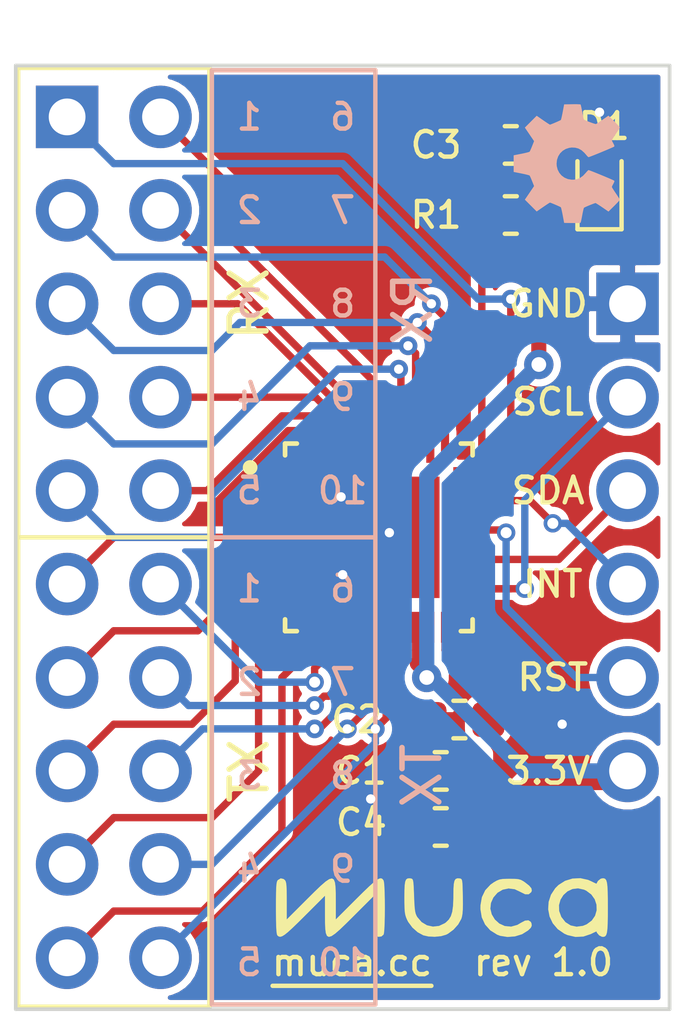
<source format=kicad_pcb>
(kicad_pcb (version 20171130) (host pcbnew "(5.1.5)-3")

  (general
    (thickness 1.6)
    (drawings 43)
    (tracks 195)
    (zones 0)
    (modules 11)
    (nets 30)
  )

  (page A4)
  (layers
    (0 F.Cu signal)
    (31 B.Cu signal hide)
    (32 B.Adhes user)
    (33 F.Adhes user)
    (34 B.Paste user)
    (35 F.Paste user)
    (36 B.SilkS user)
    (37 F.SilkS user)
    (38 B.Mask user)
    (39 F.Mask user)
    (40 Dwgs.User user)
    (41 Cmts.User user)
    (42 Eco1.User user)
    (43 Eco2.User user)
    (44 Edge.Cuts user)
    (45 Margin user)
    (46 B.CrtYd user)
    (47 F.CrtYd user)
    (48 B.Fab user)
    (49 F.Fab user hide)
  )

  (setup
    (last_trace_width 0.2)
    (user_trace_width 0.1524)
    (user_trace_width 0.41)
    (trace_clearance 0.1)
    (zone_clearance 0.2)
    (zone_45_only no)
    (trace_min 0.1)
    (via_size 0.5)
    (via_drill 0.3)
    (via_min_size 0.01)
    (via_min_drill 0.01)
    (user_via 0.508 0.254)
    (user_via 0.8 0.4)
    (blind_buried_vias_allowed yes)
    (uvia_size 0.3)
    (uvia_drill 0.1)
    (uvias_allowed no)
    (uvia_min_size 0.2)
    (uvia_min_drill 0.1)
    (edge_width 0.05)
    (segment_width 0.2)
    (pcb_text_width 0.3)
    (pcb_text_size 1.5 1.5)
    (mod_edge_width 0.12)
    (mod_text_size 0.7 0.7)
    (mod_text_width 0.12)
    (pad_size 1.524 1.524)
    (pad_drill 0.762)
    (pad_to_mask_clearance 0.051)
    (solder_mask_min_width 0.25)
    (aux_axis_origin 0 0)
    (visible_elements 7FFFFFFF)
    (pcbplotparams
      (layerselection 0x010fc_ffffffff)
      (usegerberextensions false)
      (usegerberattributes false)
      (usegerberadvancedattributes false)
      (creategerberjobfile false)
      (excludeedgelayer true)
      (linewidth 0.100000)
      (plotframeref false)
      (viasonmask false)
      (mode 1)
      (useauxorigin false)
      (hpglpennumber 1)
      (hpglpenspeed 20)
      (hpglpendiameter 15.000000)
      (psnegative false)
      (psa4output false)
      (plotreference true)
      (plotvalue true)
      (plotinvisibletext false)
      (padsonsilk false)
      (subtractmaskfromsilk false)
      (outputformat 1)
      (mirror false)
      (drillshape 1)
      (scaleselection 1)
      (outputdirectory ""))
  )

  (net 0 "")
  (net 1 GND)
  (net 2 "Net-(C1-Pad1)")
  (net 3 "Net-(C2-Pad1)")
  (net 4 "Net-(C3-Pad2)")
  (net 5 3.3)
  (net 6 RX6)
  (net 7 RX7)
  (net 8 RX8)
  (net 9 RX9)
  (net 10 RX10)
  (net 11 TX6)
  (net 12 TX7)
  (net 13 TX8)
  (net 14 TX9)
  (net 15 TX10)
  (net 16 TX5)
  (net 17 TX4)
  (net 18 TX3)
  (net 19 TX2)
  (net 20 TX1)
  (net 21 RX5)
  (net 22 RX4)
  (net 23 RX3)
  (net 24 RX2)
  (net 25 RX1)
  (net 26 RST)
  (net 27 INT)
  (net 28 SDA)
  (net 29 SCL)

  (net_class Default "This is the default net class."
    (clearance 0.1)
    (trace_width 0.2)
    (via_dia 0.5)
    (via_drill 0.3)
    (uvia_dia 0.3)
    (uvia_drill 0.1)
    (add_net 3.3)
    (add_net GND)
    (add_net INT)
    (add_net "Net-(C1-Pad1)")
    (add_net "Net-(C2-Pad1)")
    (add_net "Net-(C3-Pad2)")
    (add_net "Net-(U1-Pad1)")
    (add_net "Net-(U1-Pad21)")
    (add_net "Net-(U1-Pad23)")
    (add_net "Net-(U1-Pad25)")
    (add_net "Net-(U1-Pad27)")
    (add_net RST)
    (add_net RX1)
    (add_net RX10)
    (add_net RX2)
    (add_net RX3)
    (add_net RX4)
    (add_net RX5)
    (add_net RX6)
    (add_net RX7)
    (add_net RX8)
    (add_net RX9)
    (add_net SCL)
    (add_net SDA)
    (add_net TX1)
    (add_net TX10)
    (add_net TX11)
    (add_net TX12)
    (add_net TX13)
    (add_net TX14)
    (add_net TX15)
    (add_net TX2)
    (add_net TX3)
    (add_net TX4)
    (add_net TX5)
    (add_net TX6)
    (add_net TX7)
    (add_net TX8)
    (add_net TX9)
  )

  (module graphics:openhardware (layer B.Cu) (tedit 5EB6AA9B) (tstamp 5EB71494)
    (at 140.716 99.568 270)
    (fp_text reference " " (at 4.064 -0.381 270) (layer B.SilkS) hide
      (effects (font (size 1.524 1.524) (thickness 0.3)) (justify mirror))
    )
    (fp_text value " " (at 0.75 0 270) (layer B.SilkS) hide
      (effects (font (size 1.524 1.524) (thickness 0.3)) (justify mirror))
    )
    (fp_poly (pts (xy 0.263438 1.232441) (xy 0.278072 1.16199) (xy 0.292389 1.099888) (xy 0.305243 1.050613)
      (xy 0.315491 1.018642) (xy 0.320588 1.008874) (xy 0.338293 0.998592) (xy 0.37431 0.981675)
      (xy 0.423222 0.960556) (xy 0.474042 0.939872) (xy 0.611535 0.885429) (xy 0.795244 1.01045)
      (xy 0.978954 1.135472) (xy 1.294902 0.81915) (xy 1.174501 0.645089) (xy 1.134422 0.586459)
      (xy 1.099994 0.534783) (xy 1.073625 0.493778) (xy 1.05772 0.467166) (xy 1.0541 0.45901)
      (xy 1.058991 0.441839) (xy 1.072017 0.407349) (xy 1.090705 0.3613) (xy 1.112584 0.309451)
      (xy 1.135181 0.257564) (xy 1.156024 0.211399) (xy 1.172642 0.176715) (xy 1.182562 0.159273)
      (xy 1.1829 0.15889) (xy 1.198854 0.152431) (xy 1.23537 0.142602) (xy 1.287998 0.130451)
      (xy 1.352287 0.117025) (xy 1.40067 0.10765) (xy 1.60655 0.068971) (xy 1.610042 -0.145537)
      (xy 1.61063 -0.217049) (xy 1.610053 -0.279662) (xy 1.608441 -0.328979) (xy 1.60592 -0.360605)
      (xy 1.603506 -0.370073) (xy 1.588076 -0.375691) (xy 1.552208 -0.384521) (xy 1.50051 -0.395551)
      (xy 1.43759 -0.407771) (xy 1.403164 -0.414046) (xy 1.335771 -0.426789) (xy 1.276757 -0.439307)
      (xy 1.230905 -0.45048) (xy 1.203001 -0.459188) (xy 1.197348 -0.4622) (xy 1.187277 -0.4787)
      (xy 1.17073 -0.513284) (xy 1.150054 -0.560218) (xy 1.127598 -0.613767) (xy 1.105708 -0.668199)
      (xy 1.086732 -0.717778) (xy 1.073018 -0.75677) (xy 1.066914 -0.779442) (xy 1.0668 -0.781078)
      (xy 1.073673 -0.796106) (xy 1.092661 -0.828061) (xy 1.121314 -0.87306) (xy 1.157184 -0.92722)
      (xy 1.182171 -0.963987) (xy 1.297543 -1.132125) (xy 1.147922 -1.283612) (xy 1.097316 -1.333928)
      (xy 1.052084 -1.377173) (xy 1.015512 -1.410341) (xy 0.990886 -1.430427) (xy 0.982343 -1.4351)
      (xy 0.966728 -1.428249) (xy 0.934363 -1.409382) (xy 0.889324 -1.381024) (xy 0.835684 -1.345704)
      (xy 0.808269 -1.32715) (xy 0.751999 -1.289406) (xy 0.702428 -1.257418) (xy 0.66362 -1.233712)
      (xy 0.639637 -1.220812) (xy 0.634598 -1.2192) (xy 0.616007 -1.225157) (xy 0.583292 -1.24065)
      (xy 0.549798 -1.258817) (xy 0.504244 -1.281727) (xy 0.47576 -1.288795) (xy 0.468145 -1.286025)
      (xy 0.459511 -1.270718) (xy 0.443159 -1.235763) (xy 0.420583 -1.18478) (xy 0.393275 -1.121383)
      (xy 0.362728 -1.049191) (xy 0.330434 -0.97182) (xy 0.297885 -0.892888) (xy 0.266575 -0.81601)
      (xy 0.237995 -0.744805) (xy 0.213639 -0.682888) (xy 0.194998 -0.633878) (xy 0.183565 -0.601391)
      (xy 0.180657 -0.589324) (xy 0.191676 -0.574866) (xy 0.217321 -0.550083) (xy 0.252146 -0.520217)
      (xy 0.253834 -0.518844) (xy 0.335871 -0.441518) (xy 0.393839 -0.361116) (xy 0.429067 -0.274883)
      (xy 0.442885 -0.180067) (xy 0.442184 -0.128642) (xy 0.424237 -0.025402) (xy 0.384915 0.066859)
      (xy 0.326728 0.145802) (xy 0.252186 0.209086) (xy 0.1638 0.254371) (xy 0.06408 0.279317)
      (xy 0 0.283549) (xy -0.105304 0.271899) (xy -0.200777 0.238508) (xy -0.283908 0.185718)
      (xy -0.352188 0.115869) (xy -0.403105 0.031299) (xy -0.43415 -0.06565) (xy -0.442185 -0.128642)
      (xy -0.438562 -0.228776) (xy -0.414193 -0.318951) (xy -0.367747 -0.401921) (xy -0.297896 -0.480439)
      (xy -0.253835 -0.518844) (xy -0.218726 -0.548815) (xy -0.192554 -0.573938) (xy -0.180762 -0.58897)
      (xy -0.180658 -0.589324) (xy -0.184469 -0.604179) (xy -0.19681 -0.638756) (xy -0.216186 -0.68944)
      (xy -0.241105 -0.752612) (xy -0.270076 -0.824656) (xy -0.301605 -0.901955) (xy -0.334201 -0.980892)
      (xy -0.366369 -1.05785) (xy -0.396619 -1.129212) (xy -0.423457 -1.191362) (xy -0.445392 -1.240681)
      (xy -0.460929 -1.273554) (xy -0.468146 -1.286025) (xy -0.48714 -1.287427) (xy -0.523952 -1.272736)
      (xy -0.549799 -1.258817) (xy -0.588542 -1.237988) (xy -0.619707 -1.223639) (xy -0.634599 -1.2192)
      (xy -0.650068 -1.226048) (xy -0.682303 -1.244908) (xy -0.727241 -1.273256) (xy -0.780818 -1.308566)
      (xy -0.80827 -1.32715) (xy -0.864577 -1.3649) (xy -0.914224 -1.396892) (xy -0.953139 -1.420598)
      (xy -0.977247 -1.433493) (xy -0.982344 -1.4351) (xy -0.996175 -1.426458) (xy -1.024354 -1.402538)
      (xy -1.063598 -1.366341) (xy -1.110623 -1.320874) (xy -1.148165 -1.283367) (xy -1.298029 -1.131634)
      (xy -1.188625 -0.972892) (xy -1.149855 -0.916081) (xy -1.116088 -0.865553) (xy -1.090068 -0.825496)
      (xy -1.074542 -0.800099) (xy -1.071641 -0.794395) (xy -1.073399 -0.775896) (xy -1.083254 -0.739718)
      (xy -1.099097 -0.691445) (xy -1.118817 -0.636656) (xy -1.140306 -0.580934) (xy -1.161455 -0.529861)
      (xy -1.180155 -0.489017) (xy -1.194295 -0.463985) (xy -1.198119 -0.459712) (xy -1.215262 -0.453586)
      (xy -1.252696 -0.444287) (xy -1.305663 -0.432871) (xy -1.369409 -0.420394) (xy -1.403165 -0.414207)
      (xy -1.469982 -0.401717) (xy -1.527896 -0.389915) (xy -1.5723 -0.379817) (xy -1.598586 -0.372438)
      (xy -1.603507 -0.370073) (xy -1.606626 -0.354628) (xy -1.608933 -0.318189) (xy -1.6103 -0.265151)
      (xy -1.610598 -0.199913) (xy -1.610043 -0.145537) (xy -1.60655 0.068971) (xy -1.400671 0.10765)
      (xy -1.33097 0.121345) (xy -1.269887 0.134481) (xy -1.221872 0.146011) (xy -1.191377 0.154887)
      (xy -1.182901 0.15889) (xy -1.173477 0.175075) (xy -1.157202 0.208859) (xy -1.136549 0.254481)
      (xy -1.113988 0.306181) (xy -1.091993 0.358199) (xy -1.073036 0.404774) (xy -1.059587 0.440148)
      (xy -1.054121 0.458558) (xy -1.0541 0.45901) (xy -1.061 0.472985) (xy -1.080093 0.504024)
      (xy -1.108974 0.548408) (xy -1.145235 0.602417) (xy -1.174502 0.645089) (xy -1.294903 0.81915)
      (xy -0.978955 1.135472) (xy -0.795245 1.01045) (xy -0.611536 0.885429) (xy -0.474043 0.939872)
      (xy -0.418107 0.962712) (xy -0.370148 0.983577) (xy -0.335591 1.000025) (xy -0.320406 1.009056)
      (xy -0.312671 1.025964) (xy -0.301532 1.063375) (xy -0.288139 1.116804) (xy -0.273636 1.181766)
      (xy -0.263256 1.232623) (xy -0.22225 1.44145) (xy 0.22225 1.44145) (xy 0.263438 1.232441)) (layer B.SilkS) (width 0.01))
  )

  (module graphics:muca_logo_small (layer F.Cu) (tedit 5EB6AA5B) (tstamp 5EB713D0)
    (at 137.287 119.761)
    (fp_text reference " " (at 0 0) (layer F.SilkS) hide
      (effects (font (size 1.524 1.524) (thickness 0.3)))
    )
    (fp_text value " " (at 0.75 0) (layer F.SilkS) hide
      (effects (font (size 1.524 1.524) (thickness 0.3)))
    )
    (fp_poly (pts (xy 4.005427 -0.716614) (xy 4.080874 -0.683714) (xy 4.166037 -0.641861) (xy 4.222868 -0.616346)
      (xy 4.237067 -0.612276) (xy 4.277912 -0.688123) (xy 4.34684 -0.744791) (xy 4.382963 -0.757078)
      (xy 4.431101 -0.759569) (xy 4.468353 -0.746527) (xy 4.496095 -0.711058) (xy 4.515701 -0.646269)
      (xy 4.528544 -0.545266) (xy 4.536 -0.401157) (xy 4.539444 -0.207048) (xy 4.54025 0.03175)
      (xy 4.539359 0.280131) (xy 4.535769 0.47192) (xy 4.528107 0.614009) (xy 4.514998 0.713292)
      (xy 4.495067 0.776661) (xy 4.46694 0.811011) (xy 4.429242 0.823234) (xy 4.382963 0.820577)
      (xy 4.310712 0.784176) (xy 4.252229 0.71439) (xy 4.237067 0.675775) (xy 4.210644 0.684959)
      (xy 4.144161 0.715843) (xy 4.080874 0.747213) (xy 3.877311 0.815881) (xy 3.662751 0.825359)
      (xy 3.448811 0.775794) (xy 3.363473 0.738187) (xy 3.183757 0.614824) (xy 3.050156 0.456862)
      (xy 2.963907 0.274609) (xy 2.926249 0.078373) (xy 2.933042 -0.033236) (xy 3.210799 -0.033236)
      (xy 3.215905 0.126029) (xy 3.27476 0.28697) (xy 3.276255 0.289648) (xy 3.388557 0.43167)
      (xy 3.531001 0.521519) (xy 3.693743 0.556352) (xy 3.866941 0.533326) (xy 3.971808 0.490543)
      (xy 4.110559 0.387972) (xy 4.201016 0.256662) (xy 4.244063 0.108046) (xy 4.240583 -0.046442)
      (xy 4.19146 -0.195369) (xy 4.097577 -0.327302) (xy 3.959818 -0.430807) (xy 3.898396 -0.459413)
      (xy 3.734942 -0.495536) (xy 3.581256 -0.47703) (xy 3.44467 -0.412722) (xy 3.332511 -0.311437)
      (xy 3.252111 -0.181999) (xy 3.210799 -0.033236) (xy 2.933042 -0.033236) (xy 2.938417 -0.121539)
      (xy 3.001649 -0.31482) (xy 3.117182 -0.491161) (xy 3.205414 -0.578866) (xy 3.383506 -0.69142)
      (xy 3.586524 -0.753132) (xy 3.79899 -0.762147) (xy 4.005427 -0.716614)) (layer F.SilkS) (width 0.01))
    (fp_poly (pts (xy 2.014162 -0.744407) (xy 2.108122 -0.73626) (xy 2.177426 -0.717199) (xy 2.241482 -0.682737)
      (xy 2.288194 -0.650875) (xy 2.40149 -0.561912) (xy 2.461497 -0.490271) (xy 2.473244 -0.428158)
      (xy 2.45722 -0.388938) (xy 2.390475 -0.333261) (xy 2.297477 -0.333731) (xy 2.181553 -0.390307)
      (xy 2.17836 -0.39246) (xy 2.012291 -0.471483) (xy 1.843669 -0.492212) (xy 1.683022 -0.458496)
      (xy 1.540873 -0.37418) (xy 1.42775 -0.24311) (xy 1.36107 -0.09382) (xy 1.345027 0.063002)
      (xy 1.383265 0.218166) (xy 1.467678 0.358178) (xy 1.590161 0.469543) (xy 1.740722 0.538261)
      (xy 1.915286 0.554413) (xy 2.085002 0.507375) (xy 2.186802 0.44731) (xy 2.294775 0.390791)
      (xy 2.384401 0.383139) (xy 2.446227 0.423702) (xy 2.465012 0.466551) (xy 2.470423 0.52701)
      (xy 2.444216 0.580524) (xy 2.376007 0.647588) (xy 2.371169 0.651785) (xy 2.210573 0.751917)
      (xy 2.018806 0.811047) (xy 1.8153 0.82653) (xy 1.619489 0.795723) (xy 1.537309 0.765259)
      (xy 1.350001 0.648062) (xy 1.210084 0.490547) (xy 1.120356 0.297606) (xy 1.083617 0.074134)
      (xy 1.084563 -0.025936) (xy 1.123643 -0.249981) (xy 1.21417 -0.437263) (xy 1.357285 -0.589764)
      (xy 1.443114 -0.650036) (xy 1.525568 -0.697407) (xy 1.598144 -0.726056) (xy 1.681688 -0.740608)
      (xy 1.797047 -0.74569) (xy 1.87614 -0.746125) (xy 2.014162 -0.744407)) (layer F.SilkS) (width 0.01))
    (fp_poly (pts (xy -0.819311 -0.7565) (xy -0.790741 -0.750177) (xy -0.770328 -0.734087) (xy -0.756195 -0.698401)
      (xy -0.746467 -0.633288) (xy -0.739272 -0.528919) (xy -0.732732 -0.375463) (xy -0.729407 -0.285102)
      (xy -0.721677 -0.099153) (xy -0.712854 0.035686) (xy -0.701033 0.131797) (xy -0.68431 0.201566)
      (xy -0.660777 0.257377) (xy -0.640494 0.292735) (xy -0.522186 0.430373) (xy -0.375371 0.518187)
      (xy -0.212234 0.553904) (xy -0.044961 0.535248) (xy 0.114261 0.459944) (xy 0.142718 0.43895)
      (xy 0.222284 0.361882) (xy 0.279573 0.267809) (xy 0.317616 0.146) (xy 0.339443 -0.014274)
      (xy 0.348086 -0.223743) (xy 0.348552 -0.2898) (xy 0.351028 -0.476607) (xy 0.359708 -0.608474)
      (xy 0.3776 -0.693881) (xy 0.407716 -0.741309) (xy 0.453064 -0.759237) (xy 0.514189 -0.7565)
      (xy 0.542325 -0.750515) (xy 0.56235 -0.735391) (xy 0.5759 -0.701456) (xy 0.584607 -0.63904)
      (xy 0.590106 -0.53847) (xy 0.59403 -0.390075) (xy 0.596387 -0.269875) (xy 0.598598 -0.065621)
      (xy 0.595852 0.086953) (xy 0.58736 0.19953) (xy 0.572335 0.283795) (xy 0.555437 0.337741)
      (xy 0.47117 0.488262) (xy 0.344699 0.629087) (xy 0.196284 0.739093) (xy 0.14544 0.765259)
      (xy 0.006944 0.805265) (xy -0.162194 0.821525) (xy -0.333415 0.813263) (xy -0.471898 0.782029)
      (xy -0.62483 0.699073) (xy -0.767801 0.572282) (xy -0.880902 0.420536) (xy -0.908315 0.368121)
      (xy -0.938722 0.297129) (xy -0.959711 0.228181) (xy -0.973006 0.147382) (xy -0.980327 0.040839)
      (xy -0.983397 -0.105343) (xy -0.98394 -0.242175) (xy -0.982396 -0.438888) (xy -0.975689 -0.5804)
      (xy -0.961179 -0.674958) (xy -0.936226 -0.730812) (xy -0.89819 -0.756209) (xy -0.84443 -0.759398)
      (xy -0.819311 -0.7565)) (layer F.SilkS) (width 0.01))
    (fp_poly (pts (xy -1.59079 -0.745923) (xy -1.562013 -0.709807) (xy -1.556868 -0.700588) (xy -1.545746 -0.647708)
      (xy -1.536564 -0.538818) (xy -1.529657 -0.381385) (xy -1.52536 -0.182879) (xy -1.524001 0.03175)
      (xy -1.525573 0.261715) (xy -1.530067 0.457543) (xy -1.537147 0.611766) (xy -1.546478 0.716914)
      (xy -1.556868 0.764087) (xy -1.61413 0.812888) (xy -1.694268 0.823076) (xy -1.767419 0.791412)
      (xy -1.77165 0.7874) (xy -1.787782 0.744887) (xy -1.799305 0.651808) (xy -1.806483 0.504277)
      (xy -1.809579 0.298413) (xy -1.80975 0.224168) (xy -1.809751 -0.300964) (xy -2.373635 0.262268)
      (xy -2.578863 0.466101) (xy -2.743931 0.624449) (xy -2.873209 0.737097) (xy -2.97107 0.803828)
      (xy -3.041884 0.824425) (xy -3.090023 0.798672) (xy -3.119858 0.726353) (xy -3.13576 0.607252)
      (xy -3.1421 0.441151) (xy -3.14325 0.227834) (xy -3.14325 0.224168) (xy -3.143251 -0.300964)
      (xy -3.707135 0.262268) (xy -3.893708 0.447271) (xy -4.041991 0.590285) (xy -4.157513 0.695278)
      (xy -4.245801 0.766219) (xy -4.312386 0.807077) (xy -4.362794 0.821821) (xy -4.402555 0.814419)
      (xy -4.437197 0.78884) (xy -4.43865 0.7874) (xy -4.452406 0.751614) (xy -4.462847 0.672168)
      (xy -4.470211 0.544453) (xy -4.474733 0.36386) (xy -4.476649 0.125783) (xy -4.47675 0.043542)
      (xy -4.47617 -0.191532) (xy -4.474077 -0.371105) (xy -4.469943 -0.503169) (xy -4.463242 -0.595715)
      (xy -4.453444 -0.656736) (xy -4.440024 -0.694222) (xy -4.426858 -0.712108) (xy -4.350734 -0.75801)
      (xy -4.275347 -0.740539) (xy -4.240893 -0.712108) (xy -4.221655 -0.682787) (xy -4.207912 -0.633054)
      (xy -4.198827 -0.553459) (xy -4.193564 -0.434552) (xy -4.191285 -0.26688) (xy -4.191 -0.148876)
      (xy -4.191 0.364463) (xy -3.627116 -0.198769) (xy -3.422068 -0.40231) (xy -3.257101 -0.560144)
      (xy -3.12786 -0.671923) (xy -3.029986 -0.737299) (xy -2.959124 -0.755925) (xy -2.910917 -0.727454)
      (xy -2.881007 -0.651536) (xy -2.865039 -0.527826) (xy -2.858656 -0.355975) (xy -2.857501 -0.137356)
      (xy -2.857501 0.364463) (xy -2.293616 -0.198769) (xy -2.10344 -0.387201) (xy -1.951772 -0.53303)
      (xy -1.833462 -0.639765) (xy -1.743359 -0.710914) (xy -1.676313 -0.749985) (xy -1.627173 -0.760485)
      (xy -1.59079 -0.745923)) (layer F.SilkS) (width 0.01))
  )

  (module Connector_PinHeader_2.54mm:PinHeader_1x06_P2.54mm_Vertical (layer F.Cu) (tedit 5EB67B91) (tstamp 5EB6CA56)
    (at 142.367 103.378)
    (descr "Through hole straight pin header, 1x06, 2.54mm pitch, single row")
    (tags "Through hole pin header THT 1x06 2.54mm single row")
    (path /5EB722F6)
    (fp_text reference " " (at 0 -2.33) (layer F.SilkS)
      (effects (font (size 1 1) (thickness 0.15)))
    )
    (fp_text value Conn_01x06 (at 0 15.03) (layer F.Fab)
      (effects (font (size 1 1) (thickness 0.15)))
    )
    (fp_text user %R (at 0 6.35 90) (layer F.Fab)
      (effects (font (size 1 1) (thickness 0.15)))
    )
    (fp_line (start 1.8 -1.8) (end -1.8 -1.8) (layer F.CrtYd) (width 0.05))
    (fp_line (start 1.8 14.5) (end 1.8 -1.8) (layer F.CrtYd) (width 0.05))
    (fp_line (start -1.8 14.5) (end 1.8 14.5) (layer F.CrtYd) (width 0.05))
    (fp_line (start -1.8 -1.8) (end -1.8 14.5) (layer F.CrtYd) (width 0.05))
    (fp_line (start -1.27 -0.635) (end -0.635 -1.27) (layer F.Fab) (width 0.1))
    (fp_line (start -1.27 13.97) (end -1.27 -0.635) (layer F.Fab) (width 0.1))
    (fp_line (start 1.27 13.97) (end -1.27 13.97) (layer F.Fab) (width 0.1))
    (fp_line (start 1.27 -1.27) (end 1.27 13.97) (layer F.Fab) (width 0.1))
    (fp_line (start -0.635 -1.27) (end 1.27 -1.27) (layer F.Fab) (width 0.1))
    (pad 6 thru_hole oval (at 0 12.7) (size 1.7 1.7) (drill 1) (layers *.Cu *.Mask)
      (net 5 3.3))
    (pad 5 thru_hole oval (at 0 10.16) (size 1.7 1.7) (drill 1) (layers *.Cu *.Mask)
      (net 26 RST))
    (pad 4 thru_hole oval (at 0 7.62) (size 1.7 1.7) (drill 1) (layers *.Cu *.Mask)
      (net 27 INT))
    (pad 3 thru_hole oval (at 0 5.08) (size 1.7 1.7) (drill 1) (layers *.Cu *.Mask)
      (net 28 SDA))
    (pad 2 thru_hole oval (at 0 2.54) (size 1.7 1.7) (drill 1) (layers *.Cu *.Mask)
      (net 29 SCL))
    (pad 1 thru_hole rect (at 0 0) (size 1.7 1.7) (drill 1) (layers *.Cu *.Mask)
      (net 1 GND))
    (model ${KISYS3DMOD}/Connector_PinHeader_2.54mm.3dshapes/PinHeader_1x06_P2.54mm_Vertical.wrl
      (at (xyz 0 0 0))
      (scale (xyz 1 1 1))
      (rotate (xyz 0 0 0))
    )
  )

  (module Connector_PinHeader_2.54mm:PinHeader_2x10_P2.54mm_Vertical (layer F.Cu) (tedit 5EB6773C) (tstamp 5EB6C514)
    (at 127.127 98.298)
    (descr "Through hole straight pin header, 2x10, 2.54mm pitch, double rows")
    (tags "Through hole pin header THT 2x10 2.54mm double row")
    (path /5EB99291)
    (fp_text reference " " (at 1.27 -2.33) (layer F.SilkS)
      (effects (font (size 1 1) (thickness 0.15)))
    )
    (fp_text value Conn_02x10_Odd_Even (at 1.27 25.19) (layer F.Fab)
      (effects (font (size 1 1) (thickness 0.15)))
    )
    (fp_line (start 0 -1.27) (end 3.81 -1.27) (layer F.Fab) (width 0.1))
    (fp_line (start 3.81 -1.27) (end 3.81 24.13) (layer F.Fab) (width 0.1))
    (fp_line (start 3.81 24.13) (end -1.27 24.13) (layer F.Fab) (width 0.1))
    (fp_line (start -1.27 24.13) (end -1.27 0) (layer F.Fab) (width 0.1))
    (fp_line (start -1.27 0) (end 0 -1.27) (layer F.Fab) (width 0.1))
    (fp_line (start -1.33 24.19) (end 3.87 24.19) (layer F.SilkS) (width 0.12))
    (fp_line (start -1.33 1.27) (end -1.33 24.19) (layer F.SilkS) (width 0.12))
    (fp_line (start 3.87 -1.33) (end 3.87 24.19) (layer F.SilkS) (width 0.12))
    (fp_line (start -1.33 1.27) (end -1.33 0) (layer F.SilkS) (width 0.12))
    (fp_line (start 0 -1.33) (end 1.27 -1.33) (layer F.SilkS) (width 0.12))
    (fp_line (start 1.27 -1.33) (end 3.87 -1.33) (layer F.SilkS) (width 0.12))
    (fp_line (start -1.33 0) (end -1.33 -1.33) (layer F.SilkS) (width 0.12))
    (fp_line (start -1.33 -1.33) (end 0 -1.33) (layer F.SilkS) (width 0.12))
    (fp_line (start -1.8 -1.8) (end -1.8 24.65) (layer F.CrtYd) (width 0.05))
    (fp_line (start -1.8 24.65) (end 4.35 24.65) (layer F.CrtYd) (width 0.05))
    (fp_line (start 4.35 24.65) (end 4.35 -1.8) (layer F.CrtYd) (width 0.05))
    (fp_line (start 4.35 -1.8) (end -1.8 -1.8) (layer F.CrtYd) (width 0.05))
    (fp_text user %R (at 1.27 11.43 90) (layer F.Fab)
      (effects (font (size 1 1) (thickness 0.15)))
    )
    (pad 1 thru_hole rect (at 0 0) (size 1.7 1.7) (drill 1) (layers *.Cu *.Mask)
      (net 25 RX1))
    (pad 2 thru_hole oval (at 2.54 0) (size 1.7 1.7) (drill 1) (layers *.Cu *.Mask)
      (net 6 RX6))
    (pad 3 thru_hole oval (at 0 2.54) (size 1.7 1.7) (drill 1) (layers *.Cu *.Mask)
      (net 24 RX2))
    (pad 4 thru_hole oval (at 2.54 2.54) (size 1.7 1.7) (drill 1) (layers *.Cu *.Mask)
      (net 7 RX7))
    (pad 5 thru_hole oval (at 0 5.08) (size 1.7 1.7) (drill 1) (layers *.Cu *.Mask)
      (net 23 RX3))
    (pad 6 thru_hole oval (at 2.54 5.08) (size 1.7 1.7) (drill 1) (layers *.Cu *.Mask)
      (net 8 RX8))
    (pad 7 thru_hole oval (at 0 7.62) (size 1.7 1.7) (drill 1) (layers *.Cu *.Mask)
      (net 22 RX4))
    (pad 8 thru_hole oval (at 2.54 7.62) (size 1.7 1.7) (drill 1) (layers *.Cu *.Mask)
      (net 9 RX9))
    (pad 9 thru_hole oval (at 0 10.16) (size 1.7 1.7) (drill 1) (layers *.Cu *.Mask)
      (net 21 RX5))
    (pad 10 thru_hole oval (at 2.54 10.16) (size 1.7 1.7) (drill 1) (layers *.Cu *.Mask)
      (net 10 RX10))
    (pad 11 thru_hole oval (at 0 12.7) (size 1.7 1.7) (drill 1) (layers *.Cu *.Mask)
      (net 15 TX10))
    (pad 12 thru_hole oval (at 2.54 12.7) (size 1.7 1.7) (drill 1) (layers *.Cu *.Mask)
      (net 16 TX5))
    (pad 13 thru_hole oval (at 0 15.24) (size 1.7 1.7) (drill 1) (layers *.Cu *.Mask)
      (net 14 TX9))
    (pad 14 thru_hole oval (at 2.54 15.24) (size 1.7 1.7) (drill 1) (layers *.Cu *.Mask)
      (net 17 TX4))
    (pad 15 thru_hole oval (at 0 17.78) (size 1.7 1.7) (drill 1) (layers *.Cu *.Mask)
      (net 13 TX8))
    (pad 16 thru_hole oval (at 2.54 17.78) (size 1.7 1.7) (drill 1) (layers *.Cu *.Mask)
      (net 18 TX3))
    (pad 17 thru_hole oval (at 0 20.32) (size 1.7 1.7) (drill 1) (layers *.Cu *.Mask)
      (net 12 TX7))
    (pad 18 thru_hole oval (at 2.54 20.32) (size 1.7 1.7) (drill 1) (layers *.Cu *.Mask)
      (net 19 TX2))
    (pad 19 thru_hole oval (at 0 22.86) (size 1.7 1.7) (drill 1) (layers *.Cu *.Mask)
      (net 11 TX6))
    (pad 20 thru_hole oval (at 2.54 22.86) (size 1.7 1.7) (drill 1) (layers *.Cu *.Mask)
      (net 20 TX1))
    (model ${KISYS3DMOD}/Connector_PinHeader_2.54mm.3dshapes/PinHeader_2x10_P2.54mm_Vertical.wrl
      (at (xyz 0 0 0))
      (scale (xyz 1 1 1))
      (rotate (xyz 0 0 0))
    )
  )

  (module FocalTech:QFN40P500X500X80-41N (layer F.Cu) (tedit 5EB666F1) (tstamp 5EB6F793)
    (at 135.604 109.728)
    (path /5EB6B717)
    (fp_text reference " " (at 0 -4.191) (layer F.SilkS)
      (effects (font (size 1 1) (thickness 0.015)))
    )
    (fp_text value FT5206GE1 (at 9.525 4.191) (layer F.Fab)
      (effects (font (size 1 1) (thickness 0.015)))
    )
    (fp_line (start -2.55 -2.55) (end 2.55 -2.55) (layer F.Fab) (width 0.127))
    (fp_line (start 2.55 -2.55) (end 2.55 2.55) (layer F.Fab) (width 0.127))
    (fp_line (start 2.55 2.55) (end -2.55 2.55) (layer F.Fab) (width 0.127))
    (fp_line (start -2.55 2.55) (end -2.55 -2.55) (layer F.Fab) (width 0.127))
    (fp_line (start -2.23 -2.55) (end -2.55 -2.55) (layer F.SilkS) (width 0.127))
    (fp_line (start -2.55 -2.55) (end -2.55 -2.23) (layer F.SilkS) (width 0.127))
    (fp_line (start 2.23 -2.55) (end 2.55 -2.55) (layer F.SilkS) (width 0.127))
    (fp_line (start 2.55 -2.55) (end 2.55 -2.23) (layer F.SilkS) (width 0.127))
    (fp_line (start -2.55 2.23) (end -2.55 2.55) (layer F.SilkS) (width 0.127))
    (fp_line (start -2.55 2.55) (end -2.23 2.55) (layer F.SilkS) (width 0.127))
    (fp_line (start 2.23 2.55) (end 2.55 2.55) (layer F.SilkS) (width 0.127))
    (fp_line (start 2.55 2.55) (end 2.55 2.23) (layer F.SilkS) (width 0.127))
    (fp_poly (pts (xy -1.33 -1.33) (xy -0.16 -1.33) (xy -0.16 -0.16) (xy -1.33 -0.16)) (layer F.Paste) (width 0.01))
    (fp_poly (pts (xy 0.16 -1.33) (xy 1.33 -1.33) (xy 1.33 -0.16) (xy 0.16 -0.16)) (layer F.Paste) (width 0.01))
    (fp_poly (pts (xy 0.16 0.16) (xy 1.33 0.16) (xy 1.33 1.33) (xy 0.16 1.33)) (layer F.Paste) (width 0.01))
    (fp_poly (pts (xy -1.33 0.16) (xy -0.16 0.16) (xy -0.16 1.33) (xy -1.33 1.33)) (layer F.Paste) (width 0.01))
    (fp_line (start -3.12 -3.12) (end 3.12 -3.12) (layer F.CrtYd) (width 0.05))
    (fp_line (start 3.12 -3.12) (end 3.12 3.12) (layer F.CrtYd) (width 0.05))
    (fp_line (start 3.12 3.12) (end -3.12 3.12) (layer F.CrtYd) (width 0.05))
    (fp_line (start -3.12 3.12) (end -3.12 -3.12) (layer F.CrtYd) (width 0.05))
    (fp_circle (center -3.5 -1.9) (end -3.4 -1.9) (layer F.SilkS) (width 0.2))
    (fp_circle (center -3.5 -1.9) (end -3.4 -1.9) (layer F.Fab) (width 0.2))
    (pad 1 smd rect (at -2.445 -1.8) (size 0.84 0.22) (layers F.Cu F.Paste F.Mask))
    (pad 2 smd rect (at -2.445 -1.4) (size 0.84 0.22) (layers F.Cu F.Paste F.Mask))
    (pad 3 smd rect (at -2.445 -1) (size 0.84 0.22) (layers F.Cu F.Paste F.Mask))
    (pad 4 smd rect (at -2.445 -0.6) (size 0.84 0.22) (layers F.Cu F.Paste F.Mask))
    (pad 5 smd rect (at -2.445 -0.2) (size 0.84 0.22) (layers F.Cu F.Paste F.Mask))
    (pad 6 smd rect (at -2.445 0.2) (size 0.84 0.22) (layers F.Cu F.Paste F.Mask))
    (pad 7 smd rect (at -2.445 0.6) (size 0.84 0.22) (layers F.Cu F.Paste F.Mask)
      (net 15 TX10))
    (pad 8 smd rect (at -2.445 1) (size 0.84 0.22) (layers F.Cu F.Paste F.Mask)
      (net 14 TX9))
    (pad 9 smd rect (at -2.445 1.4) (size 0.84 0.22) (layers F.Cu F.Paste F.Mask)
      (net 13 TX8))
    (pad 10 smd rect (at -2.445 1.8) (size 0.84 0.22) (layers F.Cu F.Paste F.Mask)
      (net 12 TX7))
    (pad 11 smd rect (at -1.8 2.445) (size 0.22 0.84) (layers F.Cu F.Paste F.Mask)
      (net 11 TX6))
    (pad 12 smd rect (at -1.4 2.445) (size 0.22 0.84) (layers F.Cu F.Paste F.Mask)
      (net 16 TX5))
    (pad 13 smd rect (at -1 2.445) (size 0.22 0.84) (layers F.Cu F.Paste F.Mask)
      (net 17 TX4))
    (pad 14 smd rect (at -0.6 2.445) (size 0.22 0.84) (layers F.Cu F.Paste F.Mask)
      (net 18 TX3))
    (pad 15 smd rect (at -0.2 2.445) (size 0.22 0.84) (layers F.Cu F.Paste F.Mask)
      (net 19 TX2))
    (pad 16 smd rect (at 0.2 2.445) (size 0.22 0.84) (layers F.Cu F.Paste F.Mask)
      (net 20 TX1))
    (pad 17 smd rect (at 0.6 2.445) (size 0.22 0.84) (layers F.Cu F.Paste F.Mask)
      (net 2 "Net-(C1-Pad1)"))
    (pad 18 smd rect (at 1 2.445) (size 0.22 0.84) (layers F.Cu F.Paste F.Mask)
      (net 5 3.3))
    (pad 19 smd rect (at 1.4 2.445) (size 0.22 0.84) (layers F.Cu F.Paste F.Mask)
      (net 1 GND))
    (pad 20 smd rect (at 1.8 2.445) (size 0.22 0.84) (layers F.Cu F.Paste F.Mask)
      (net 3 "Net-(C2-Pad1)"))
    (pad 21 smd rect (at 2.445 1.8) (size 0.84 0.22) (layers F.Cu F.Paste F.Mask))
    (pad 22 smd rect (at 2.445 1.4) (size 0.84 0.22) (layers F.Cu F.Paste F.Mask)
      (net 29 SCL))
    (pad 23 smd rect (at 2.445 1) (size 0.84 0.22) (layers F.Cu F.Paste F.Mask))
    (pad 24 smd rect (at 2.445 0.6) (size 0.84 0.22) (layers F.Cu F.Paste F.Mask)
      (net 28 SDA))
    (pad 25 smd rect (at 2.445 0.2) (size 0.84 0.22) (layers F.Cu F.Paste F.Mask))
    (pad 26 smd rect (at 2.445 -0.2) (size 0.84 0.22) (layers F.Cu F.Paste F.Mask)
      (net 26 RST))
    (pad 27 smd rect (at 2.445 -0.6) (size 0.84 0.22) (layers F.Cu F.Paste F.Mask))
    (pad 28 smd rect (at 2.445 -1) (size 0.84 0.22) (layers F.Cu F.Paste F.Mask)
      (net 27 INT))
    (pad 29 smd rect (at 2.445 -1.4) (size 0.84 0.22) (layers F.Cu F.Paste F.Mask)
      (net 25 RX1))
    (pad 30 smd rect (at 2.445 -1.8) (size 0.84 0.22) (layers F.Cu F.Paste F.Mask)
      (net 4 "Net-(C3-Pad2)"))
    (pad 31 smd rect (at 1.8 -2.445) (size 0.22 0.84) (layers F.Cu F.Paste F.Mask)
      (net 24 RX2))
    (pad 32 smd rect (at 1.4 -2.445) (size 0.22 0.84) (layers F.Cu F.Paste F.Mask)
      (net 23 RX3))
    (pad 33 smd rect (at 1 -2.445) (size 0.22 0.84) (layers F.Cu F.Paste F.Mask)
      (net 22 RX4))
    (pad 34 smd rect (at 0.6 -2.445) (size 0.22 0.84) (layers F.Cu F.Paste F.Mask)
      (net 21 RX5))
    (pad 35 smd rect (at 0.2 -2.445) (size 0.22 0.84) (layers F.Cu F.Paste F.Mask)
      (net 6 RX6))
    (pad 36 smd rect (at -0.2 -2.445) (size 0.22 0.84) (layers F.Cu F.Paste F.Mask)
      (net 7 RX7))
    (pad 37 smd rect (at -0.6 -2.445) (size 0.22 0.84) (layers F.Cu F.Paste F.Mask)
      (net 8 RX8))
    (pad 38 smd rect (at -1 -2.445) (size 0.22 0.84) (layers F.Cu F.Paste F.Mask)
      (net 9 RX9))
    (pad 39 smd rect (at -1.4 -2.445) (size 0.22 0.84) (layers F.Cu F.Paste F.Mask)
      (net 10 RX10))
    (pad 40 smd rect (at -1.8 -2.445) (size 0.22 0.84) (layers F.Cu F.Paste F.Mask)
      (net 1 GND))
    (pad 41 smd rect (at 0 0) (size 3.3 3.3) (layers F.Cu F.Mask)
      (net 1 GND))
  )

  (module Resistor_SMD:R_0603_1608Metric (layer F.Cu) (tedit 5B301BBD) (tstamp 5EB718F7)
    (at 139.192 100.965)
    (descr "Resistor SMD 0603 (1608 Metric), square (rectangular) end terminal, IPC_7351 nominal, (Body size source: http://www.tortai-tech.com/upload/download/2011102023233369053.pdf), generated with kicad-footprint-generator")
    (tags resistor)
    (path /5EB6F5A9)
    (attr smd)
    (fp_text reference R1 (at -2.032 0 180) (layer F.SilkS)
      (effects (font (size 0.7 0.7) (thickness 0.12)))
    )
    (fp_text value R (at 0 1.43) (layer F.Fab)
      (effects (font (size 1 1) (thickness 0.15)))
    )
    (fp_text user %R (at 0 0) (layer F.Fab)
      (effects (font (size 0.4 0.4) (thickness 0.06)))
    )
    (fp_line (start 1.48 0.73) (end -1.48 0.73) (layer F.CrtYd) (width 0.05))
    (fp_line (start 1.48 -0.73) (end 1.48 0.73) (layer F.CrtYd) (width 0.05))
    (fp_line (start -1.48 -0.73) (end 1.48 -0.73) (layer F.CrtYd) (width 0.05))
    (fp_line (start -1.48 0.73) (end -1.48 -0.73) (layer F.CrtYd) (width 0.05))
    (fp_line (start -0.162779 0.51) (end 0.162779 0.51) (layer F.SilkS) (width 0.12))
    (fp_line (start -0.162779 -0.51) (end 0.162779 -0.51) (layer F.SilkS) (width 0.12))
    (fp_line (start 0.8 0.4) (end -0.8 0.4) (layer F.Fab) (width 0.1))
    (fp_line (start 0.8 -0.4) (end 0.8 0.4) (layer F.Fab) (width 0.1))
    (fp_line (start -0.8 -0.4) (end 0.8 -0.4) (layer F.Fab) (width 0.1))
    (fp_line (start -0.8 0.4) (end -0.8 -0.4) (layer F.Fab) (width 0.1))
    (pad 2 smd roundrect (at 0.7875 0) (size 0.875 0.95) (layers F.Cu F.Paste F.Mask) (roundrect_rratio 0.25)
      (net 5 3.3))
    (pad 1 smd roundrect (at -0.7875 0) (size 0.875 0.95) (layers F.Cu F.Paste F.Mask) (roundrect_rratio 0.25)
      (net 4 "Net-(C3-Pad2)"))
    (model ${KISYS3DMOD}/Resistor_SMD.3dshapes/R_0603_1608Metric.wrl
      (at (xyz 0 0 0))
      (scale (xyz 1 1 1))
      (rotate (xyz 0 0 0))
    )
  )

  (module Diode_SMD:D_SOD-523 (layer F.Cu) (tedit 586419F0) (tstamp 5EB70ABF)
    (at 141.605 100.203 90)
    (descr "http://www.diodes.com/datasheets/ap02001.pdf p.144")
    (tags "Diode SOD523")
    (path /5EB71B5A)
    (attr smd)
    (fp_text reference D1 (at 1.651 0.127) (layer F.SilkS)
      (effects (font (size 0.7 0.7) (thickness 0.12)))
    )
    (fp_text value D_Zener (at 0 1.4 90) (layer F.Fab)
      (effects (font (size 1 1) (thickness 0.15)))
    )
    (fp_line (start 0.7 0.6) (end -1.15 0.6) (layer F.SilkS) (width 0.12))
    (fp_line (start 0.7 -0.6) (end -1.15 -0.6) (layer F.SilkS) (width 0.12))
    (fp_line (start 0.65 0.45) (end -0.65 0.45) (layer F.Fab) (width 0.1))
    (fp_line (start -0.65 0.45) (end -0.65 -0.45) (layer F.Fab) (width 0.1))
    (fp_line (start -0.65 -0.45) (end 0.65 -0.45) (layer F.Fab) (width 0.1))
    (fp_line (start 0.65 -0.45) (end 0.65 0.45) (layer F.Fab) (width 0.1))
    (fp_line (start -0.2 0.2) (end -0.2 -0.2) (layer F.Fab) (width 0.1))
    (fp_line (start -0.2 0) (end -0.35 0) (layer F.Fab) (width 0.1))
    (fp_line (start -0.2 0) (end 0.1 0.2) (layer F.Fab) (width 0.1))
    (fp_line (start 0.1 0.2) (end 0.1 -0.2) (layer F.Fab) (width 0.1))
    (fp_line (start 0.1 -0.2) (end -0.2 0) (layer F.Fab) (width 0.1))
    (fp_line (start 0.1 0) (end 0.25 0) (layer F.Fab) (width 0.1))
    (fp_line (start 1.25 0.7) (end -1.25 0.7) (layer F.CrtYd) (width 0.05))
    (fp_line (start -1.25 0.7) (end -1.25 -0.7) (layer F.CrtYd) (width 0.05))
    (fp_line (start -1.25 -0.7) (end 1.25 -0.7) (layer F.CrtYd) (width 0.05))
    (fp_line (start 1.25 -0.7) (end 1.25 0.7) (layer F.CrtYd) (width 0.05))
    (fp_line (start -1.15 -0.6) (end -1.15 0.6) (layer F.SilkS) (width 0.12))
    (fp_text user %R (at 0 -1.3 90) (layer F.Fab)
      (effects (font (size 1 1) (thickness 0.15)))
    )
    (pad 1 smd rect (at -0.7 0 270) (size 0.6 0.7) (layers F.Cu F.Paste F.Mask)
      (net 5 3.3))
    (pad 2 smd rect (at 0.7 0 270) (size 0.6 0.7) (layers F.Cu F.Paste F.Mask)
      (net 1 GND))
    (model ${KISYS3DMOD}/Diode_SMD.3dshapes/D_SOD-523.wrl
      (at (xyz 0 0 0))
      (scale (xyz 1 1 1))
      (rotate (xyz 0 0 0))
    )
  )

  (module Capacitor_SMD:C_0603_1608Metric (layer F.Cu) (tedit 5B301BBE) (tstamp 5EB70AFD)
    (at 137.287 117.602 180)
    (descr "Capacitor SMD 0603 (1608 Metric), square (rectangular) end terminal, IPC_7351 nominal, (Body size source: http://www.tortai-tech.com/upload/download/2011102023233369053.pdf), generated with kicad-footprint-generator")
    (tags capacitor)
    (path /5EB70248)
    (attr smd)
    (fp_text reference C4 (at 2.159 0.127 180) (layer F.SilkS)
      (effects (font (size 0.7 0.7) (thickness 0.12)))
    )
    (fp_text value C (at 0 1.43) (layer F.Fab)
      (effects (font (size 1 1) (thickness 0.15)))
    )
    (fp_text user %R (at 0 0) (layer F.Fab)
      (effects (font (size 0.4 0.4) (thickness 0.06)))
    )
    (fp_line (start 1.48 0.73) (end -1.48 0.73) (layer F.CrtYd) (width 0.05))
    (fp_line (start 1.48 -0.73) (end 1.48 0.73) (layer F.CrtYd) (width 0.05))
    (fp_line (start -1.48 -0.73) (end 1.48 -0.73) (layer F.CrtYd) (width 0.05))
    (fp_line (start -1.48 0.73) (end -1.48 -0.73) (layer F.CrtYd) (width 0.05))
    (fp_line (start -0.162779 0.51) (end 0.162779 0.51) (layer F.SilkS) (width 0.12))
    (fp_line (start -0.162779 -0.51) (end 0.162779 -0.51) (layer F.SilkS) (width 0.12))
    (fp_line (start 0.8 0.4) (end -0.8 0.4) (layer F.Fab) (width 0.1))
    (fp_line (start 0.8 -0.4) (end 0.8 0.4) (layer F.Fab) (width 0.1))
    (fp_line (start -0.8 -0.4) (end 0.8 -0.4) (layer F.Fab) (width 0.1))
    (fp_line (start -0.8 0.4) (end -0.8 -0.4) (layer F.Fab) (width 0.1))
    (pad 2 smd roundrect (at 0.7875 0 180) (size 0.875 0.95) (layers F.Cu F.Paste F.Mask) (roundrect_rratio 0.25)
      (net 1 GND))
    (pad 1 smd roundrect (at -0.7875 0 180) (size 0.875 0.95) (layers F.Cu F.Paste F.Mask) (roundrect_rratio 0.25)
      (net 5 3.3))
    (model ${KISYS3DMOD}/Capacitor_SMD.3dshapes/C_0603_1608Metric.wrl
      (at (xyz 0 0 0))
      (scale (xyz 1 1 1))
      (rotate (xyz 0 0 0))
    )
  )

  (module Capacitor_SMD:C_0603_1608Metric (layer F.Cu) (tedit 5B301BBE) (tstamp 5EB6DDDB)
    (at 139.192 99.06 180)
    (descr "Capacitor SMD 0603 (1608 Metric), square (rectangular) end terminal, IPC_7351 nominal, (Body size source: http://www.tortai-tech.com/upload/download/2011102023233369053.pdf), generated with kicad-footprint-generator")
    (tags capacitor)
    (path /5EB71120)
    (attr smd)
    (fp_text reference C3 (at 2.032 0 180) (layer F.SilkS)
      (effects (font (size 0.7 0.7) (thickness 0.12)))
    )
    (fp_text value C (at 0 1.43) (layer F.Fab)
      (effects (font (size 1 1) (thickness 0.15)))
    )
    (fp_text user %R (at 0 0) (layer F.Fab)
      (effects (font (size 0.4 0.4) (thickness 0.06)))
    )
    (fp_line (start 1.48 0.73) (end -1.48 0.73) (layer F.CrtYd) (width 0.05))
    (fp_line (start 1.48 -0.73) (end 1.48 0.73) (layer F.CrtYd) (width 0.05))
    (fp_line (start -1.48 -0.73) (end 1.48 -0.73) (layer F.CrtYd) (width 0.05))
    (fp_line (start -1.48 0.73) (end -1.48 -0.73) (layer F.CrtYd) (width 0.05))
    (fp_line (start -0.162779 0.51) (end 0.162779 0.51) (layer F.SilkS) (width 0.12))
    (fp_line (start -0.162779 -0.51) (end 0.162779 -0.51) (layer F.SilkS) (width 0.12))
    (fp_line (start 0.8 0.4) (end -0.8 0.4) (layer F.Fab) (width 0.1))
    (fp_line (start 0.8 -0.4) (end 0.8 0.4) (layer F.Fab) (width 0.1))
    (fp_line (start -0.8 -0.4) (end 0.8 -0.4) (layer F.Fab) (width 0.1))
    (fp_line (start -0.8 0.4) (end -0.8 -0.4) (layer F.Fab) (width 0.1))
    (pad 2 smd roundrect (at 0.7875 0 180) (size 0.875 0.95) (layers F.Cu F.Paste F.Mask) (roundrect_rratio 0.25)
      (net 4 "Net-(C3-Pad2)"))
    (pad 1 smd roundrect (at -0.7875 0 180) (size 0.875 0.95) (layers F.Cu F.Paste F.Mask) (roundrect_rratio 0.25)
      (net 1 GND))
    (model ${KISYS3DMOD}/Capacitor_SMD.3dshapes/C_0603_1608Metric.wrl
      (at (xyz 0 0 0))
      (scale (xyz 1 1 1))
      (rotate (xyz 0 0 0))
    )
  )

  (module Capacitor_SMD:C_0603_1608Metric (layer F.Cu) (tedit 5B301BBE) (tstamp 5EB70A88)
    (at 137.795 114.681 180)
    (descr "Capacitor SMD 0603 (1608 Metric), square (rectangular) end terminal, IPC_7351 nominal, (Body size source: http://www.tortai-tech.com/upload/download/2011102023233369053.pdf), generated with kicad-footprint-generator")
    (tags capacitor)
    (path /5EB6FD9C)
    (attr smd)
    (fp_text reference C2 (at 2.794 0 180) (layer F.SilkS)
      (effects (font (size 0.7 0.7) (thickness 0.12)))
    )
    (fp_text value C (at 0 1.43) (layer F.Fab)
      (effects (font (size 1 1) (thickness 0.15)))
    )
    (fp_text user %R (at 0 0) (layer F.Fab)
      (effects (font (size 0.4 0.4) (thickness 0.06)))
    )
    (fp_line (start 1.48 0.73) (end -1.48 0.73) (layer F.CrtYd) (width 0.05))
    (fp_line (start 1.48 -0.73) (end 1.48 0.73) (layer F.CrtYd) (width 0.05))
    (fp_line (start -1.48 -0.73) (end 1.48 -0.73) (layer F.CrtYd) (width 0.05))
    (fp_line (start -1.48 0.73) (end -1.48 -0.73) (layer F.CrtYd) (width 0.05))
    (fp_line (start -0.162779 0.51) (end 0.162779 0.51) (layer F.SilkS) (width 0.12))
    (fp_line (start -0.162779 -0.51) (end 0.162779 -0.51) (layer F.SilkS) (width 0.12))
    (fp_line (start 0.8 0.4) (end -0.8 0.4) (layer F.Fab) (width 0.1))
    (fp_line (start 0.8 -0.4) (end 0.8 0.4) (layer F.Fab) (width 0.1))
    (fp_line (start -0.8 -0.4) (end 0.8 -0.4) (layer F.Fab) (width 0.1))
    (fp_line (start -0.8 0.4) (end -0.8 -0.4) (layer F.Fab) (width 0.1))
    (pad 2 smd roundrect (at 0.7875 0 180) (size 0.875 0.95) (layers F.Cu F.Paste F.Mask) (roundrect_rratio 0.25)
      (net 1 GND))
    (pad 1 smd roundrect (at -0.7875 0 180) (size 0.875 0.95) (layers F.Cu F.Paste F.Mask) (roundrect_rratio 0.25)
      (net 3 "Net-(C2-Pad1)"))
    (model ${KISYS3DMOD}/Capacitor_SMD.3dshapes/C_0603_1608Metric.wrl
      (at (xyz 0 0 0))
      (scale (xyz 1 1 1))
      (rotate (xyz 0 0 0))
    )
  )

  (module Capacitor_SMD:C_0603_1608Metric (layer F.Cu) (tedit 5B301BBE) (tstamp 5EB70A58)
    (at 137.287 116.078)
    (descr "Capacitor SMD 0603 (1608 Metric), square (rectangular) end terminal, IPC_7351 nominal, (Body size source: http://www.tortai-tech.com/upload/download/2011102023233369053.pdf), generated with kicad-footprint-generator")
    (tags capacitor)
    (path /5EB70AD7)
    (attr smd)
    (fp_text reference C1 (at -2.159 0 180) (layer F.SilkS)
      (effects (font (size 0.7 0.7) (thickness 0.12)))
    )
    (fp_text value C (at 0 1.43) (layer F.Fab)
      (effects (font (size 1 1) (thickness 0.15)))
    )
    (fp_text user %R (at 0 0) (layer F.Fab)
      (effects (font (size 0.4 0.4) (thickness 0.06)))
    )
    (fp_line (start 1.48 0.73) (end -1.48 0.73) (layer F.CrtYd) (width 0.05))
    (fp_line (start 1.48 -0.73) (end 1.48 0.73) (layer F.CrtYd) (width 0.05))
    (fp_line (start -1.48 -0.73) (end 1.48 -0.73) (layer F.CrtYd) (width 0.05))
    (fp_line (start -1.48 0.73) (end -1.48 -0.73) (layer F.CrtYd) (width 0.05))
    (fp_line (start -0.162779 0.51) (end 0.162779 0.51) (layer F.SilkS) (width 0.12))
    (fp_line (start -0.162779 -0.51) (end 0.162779 -0.51) (layer F.SilkS) (width 0.12))
    (fp_line (start 0.8 0.4) (end -0.8 0.4) (layer F.Fab) (width 0.1))
    (fp_line (start 0.8 -0.4) (end 0.8 0.4) (layer F.Fab) (width 0.1))
    (fp_line (start -0.8 -0.4) (end 0.8 -0.4) (layer F.Fab) (width 0.1))
    (fp_line (start -0.8 0.4) (end -0.8 -0.4) (layer F.Fab) (width 0.1))
    (pad 2 smd roundrect (at 0.7875 0) (size 0.875 0.95) (layers F.Cu F.Paste F.Mask) (roundrect_rratio 0.25)
      (net 1 GND))
    (pad 1 smd roundrect (at -0.7875 0) (size 0.875 0.95) (layers F.Cu F.Paste F.Mask) (roundrect_rratio 0.25)
      (net 2 "Net-(C1-Pad1)"))
    (model ${KISYS3DMOD}/Capacitor_SMD.3dshapes/C_0603_1608Metric.wrl
      (at (xyz 0 0 0))
      (scale (xyz 1 1 1))
      (rotate (xyz 0 0 0))
    )
  )

  (gr_text TX (at 136.779 116.205 90) (layer B.SilkS) (tstamp 5EB71829)
    (effects (font (size 1 1) (thickness 0.15)) (justify mirror))
  )
  (gr_text 5 (at 132.08 121.285) (layer B.SilkS) (tstamp 5EB7181D)
    (effects (font (size 0.7 0.7) (thickness 0.12)) (justify mirror))
  )
  (gr_text 10 (at 134.62 121.285) (layer B.SilkS) (tstamp 5EB7181C)
    (effects (font (size 0.7 0.7) (thickness 0.12)) (justify mirror))
  )
  (gr_text 6 (at 134.62 111.125) (layer B.SilkS) (tstamp 5EB7181B)
    (effects (font (size 0.7 0.7) (thickness 0.12)) (justify mirror))
  )
  (gr_text 7 (at 134.62 113.665) (layer B.SilkS) (tstamp 5EB7181A)
    (effects (font (size 0.7 0.7) (thickness 0.12)) (justify mirror))
  )
  (gr_text 4 (at 132.08 118.745) (layer B.SilkS) (tstamp 5EB71819)
    (effects (font (size 0.7 0.7) (thickness 0.12)) (justify mirror))
  )
  (gr_text 2 (at 132.08 113.665) (layer B.SilkS) (tstamp 5EB71818)
    (effects (font (size 0.7 0.7) (thickness 0.12)) (justify mirror))
  )
  (gr_text 3 (at 132.08 116.205) (layer B.SilkS) (tstamp 5EB71817)
    (effects (font (size 0.7 0.7) (thickness 0.12)) (justify mirror))
  )
  (gr_text 9 (at 134.62 118.745) (layer B.SilkS) (tstamp 5EB71816)
    (effects (font (size 0.7 0.7) (thickness 0.12)) (justify mirror))
  )
  (gr_text 1 (at 132.08 111.125) (layer B.SilkS) (tstamp 5EB71815)
    (effects (font (size 0.7 0.7) (thickness 0.12)) (justify mirror))
  )
  (gr_text 8 (at 134.62 116.205) (layer B.SilkS) (tstamp 5EB71814)
    (effects (font (size 0.7 0.7) (thickness 0.12)) (justify mirror))
  )
  (gr_text RX (at 136.525 103.505 90) (layer B.SilkS) (tstamp 5EB71809)
    (effects (font (size 1 1) (thickness 0.15)) (justify mirror))
  )
  (gr_text 10 (at 134.62 108.458) (layer B.SilkS) (tstamp 5EB717F0)
    (effects (font (size 0.7 0.7) (thickness 0.12)) (justify mirror))
  )
  (gr_text 5 (at 132.08 108.458) (layer B.SilkS) (tstamp 5EB717EE)
    (effects (font (size 0.7 0.7) (thickness 0.12)) (justify mirror))
  )
  (gr_text 9 (at 134.62 105.918) (layer B.SilkS) (tstamp 5EB717EC)
    (effects (font (size 0.7 0.7) (thickness 0.12)) (justify mirror))
  )
  (gr_text 4 (at 132.08 105.918) (layer B.SilkS) (tstamp 5EB717EA)
    (effects (font (size 0.7 0.7) (thickness 0.12)) (justify mirror))
  )
  (gr_text 8 (at 134.62 103.378) (layer B.SilkS) (tstamp 5EB717E8)
    (effects (font (size 0.7 0.7) (thickness 0.12)) (justify mirror))
  )
  (gr_text 3 (at 132.08 103.378) (layer B.SilkS) (tstamp 5EB717E6)
    (effects (font (size 0.7 0.7) (thickness 0.12)) (justify mirror))
  )
  (gr_text 7 (at 134.62 100.838) (layer B.SilkS) (tstamp 5EB717E4)
    (effects (font (size 0.7 0.7) (thickness 0.12)) (justify mirror))
  )
  (gr_text 2 (at 132.08 100.838) (layer B.SilkS) (tstamp 5EB717E2)
    (effects (font (size 0.7 0.7) (thickness 0.12)) (justify mirror))
  )
  (gr_text 6 (at 134.62 98.298) (layer B.SilkS) (tstamp 5EB717E0)
    (effects (font (size 0.7 0.7) (thickness 0.12)) (justify mirror))
  )
  (gr_text 1 (at 132.08 98.298) (layer B.SilkS)
    (effects (font (size 0.7 0.7) (thickness 0.12)) (justify mirror))
  )
  (gr_line (start 131.064 109.728) (end 135.509 109.728) (layer B.SilkS) (width 0.12))
  (gr_line (start 135.509 97.028) (end 131.064 97.028) (layer B.SilkS) (width 0.12))
  (gr_line (start 135.509 122.428) (end 135.509 97.028) (layer B.SilkS) (width 0.12))
  (gr_line (start 131.064 122.428) (end 135.509 122.428) (layer B.SilkS) (width 0.12))
  (gr_line (start 131.064 97.028) (end 131.064 122.428) (layer B.SilkS) (width 0.12))
  (gr_line (start 132.715 121.92) (end 137.033 121.92) (layer F.SilkS) (width 0.12))
  (gr_text "rev 1.0" (at 140.081 121.285) (layer F.SilkS)
    (effects (font (size 0.7 0.7) (thickness 0.12)))
  )
  (gr_text muca.cc (at 134.874 121.285) (layer F.SilkS)
    (effects (font (size 0.7 0.7) (thickness 0.12)))
  )
  (gr_text TX (at 132.08 116.078 90) (layer F.SilkS)
    (effects (font (size 1 1) (thickness 0.15)))
  )
  (gr_text RX (at 132.08 103.378 90) (layer F.SilkS)
    (effects (font (size 1 1) (thickness 0.15)))
  )
  (gr_text 3.3V (at 140.208 116.078) (layer F.SilkS)
    (effects (font (size 0.7 0.7) (thickness 0.12)))
  )
  (gr_text RST (at 140.335 113.538) (layer F.SilkS)
    (effects (font (size 0.7 0.7) (thickness 0.12)))
  )
  (gr_text INT (at 140.335 110.998) (layer F.SilkS)
    (effects (font (size 0.7 0.7) (thickness 0.12)))
  )
  (gr_text SDA (at 140.208 108.458) (layer F.SilkS)
    (effects (font (size 0.7 0.7) (thickness 0.12)))
  )
  (gr_text SCL (at 140.208 106.045) (layer F.SilkS)
    (effects (font (size 0.7 0.7) (thickness 0.12)))
  )
  (gr_text GND (at 140.208 103.378) (layer F.SilkS)
    (effects (font (size 0.7 0.7) (thickness 0.12)))
  )
  (gr_line (start 125.857 109.728) (end 130.937 109.728) (layer F.SilkS) (width 0.12))
  (gr_line (start 143.51 96.901) (end 143.51 122.555) (layer Edge.Cuts) (width 0.1))
  (gr_line (start 125.73 96.901) (end 143.51 96.901) (layer Edge.Cuts) (width 0.1))
  (gr_line (start 125.73 122.555) (end 125.73 96.901) (layer Edge.Cuts) (width 0.1))
  (gr_line (start 143.51 122.555) (end 125.73 122.555) (layer Edge.Cuts) (width 0.1))

  (via (at 134.62 110.744) (size 0.508) (drill 0.254) (layers F.Cu B.Cu) (net 1))
  (via (at 136.906 113.538) (size 0.8) (drill 0.4) (layers F.Cu B.Cu) (net 5))
  (via (at 133.858 114.3) (size 0.508) (drill 0.254) (layers F.Cu B.Cu) (net 17))
  (via (at 133.858 114.935) (size 0.508) (drill 0.254) (layers F.Cu B.Cu) (net 18))
  (via (at 134.747 114.935) (size 0.508) (drill 0.254) (layers F.Cu B.Cu) (net 19))
  (via (at 135.509 114.935) (size 0.508) (drill 0.254) (layers F.Cu B.Cu) (net 20) (tstamp 5EB6FD9D))
  (segment (start 135.604 109.6554) (end 135.604 109.728) (width 0.1524) (layer F.Cu) (net 1) (tstamp 5EB6F824))
  (segment (start 137.004 112.173) (end 137.004 111.128) (width 0.2) (layer F.Cu) (net 1) (tstamp 5EB6F81B))
  (segment (start 137.004 111.128) (end 135.604 109.728) (width 0.2) (layer F.Cu) (net 1) (tstamp 5EB6F818))
  (segment (start 133.804 107.283) (end 133.804 107.8554) (width 0.1524) (layer F.Cu) (net 1) (tstamp 5EB6F81E))
  (segment (start 133.804 107.8554) (end 134.5768 108.6282) (width 0.1524) (layer F.Cu) (net 1) (tstamp 5EB6F821))
  (segment (start 142.367 101.01) (end 142.367 102.118) (width 0.41) (layer F.Cu) (net 1))
  (segment (start 142.367 102.118) (end 142.367 103.378) (width 0.41) (layer F.Cu) (net 1))
  (segment (start 139.9795 99.06) (end 140.417 99.06) (width 0.41) (layer F.Cu) (net 1))
  (segment (start 137.004 114.2965) (end 137.0075 114.3) (width 0.2) (layer F.Cu) (net 1))
  (segment (start 134.5768 108.6282) (end 135.604 109.6554) (width 0.1524) (layer F.Cu) (net 1) (tstamp 5EB712AC))
  (via (at 134.5768 108.6282) (size 0.508) (drill 0.254) (layers F.Cu B.Cu) (net 1))
  (segment (start 135.604 109.6554) (end 135.604 109.6554) (width 0.1524) (layer F.Cu) (net 1) (tstamp 5EB712AF))
  (via (at 135.89 109.601) (size 0.508) (drill 0.254) (layers F.Cu B.Cu) (net 1))
  (via (at 141.605 98.171) (size 0.508) (drill 0.254) (layers F.Cu B.Cu) (net 1))
  (via (at 140.589 114.808) (size 0.508) (drill 0.254) (layers F.Cu B.Cu) (net 1))
  (via (at 135.382 116.84) (size 0.508) (drill 0.254) (layers F.Cu B.Cu) (net 1))
  (segment (start 136.204 115.585) (end 136.57 115.951) (width 0.2) (layer F.Cu) (net 2))
  (segment (start 136.204 112.173) (end 136.204 115.585) (width 0.2) (layer F.Cu) (net 2))
  (segment (start 138.5825 114.206) (end 138.5825 114.681) (width 0.2) (layer F.Cu) (net 3))
  (segment (start 138.5825 113.9715) (end 138.5825 114.206) (width 0.2) (layer F.Cu) (net 3))
  (segment (start 137.404 112.793) (end 138.5825 113.9715) (width 0.2) (layer F.Cu) (net 3))
  (segment (start 137.404 112.173) (end 137.404 112.793) (width 0.2) (layer F.Cu) (net 3))
  (segment (start 138.049 107.928) (end 138.579 107.928) (width 0.2) (layer F.Cu) (net 4))
  (segment (start 138.579 107.928) (end 138.684 107.823) (width 0.2) (layer F.Cu) (net 4))
  (segment (start 138.4045 107.5435) (end 138.4045 100.965) (width 0.2) (layer F.Cu) (net 4))
  (segment (start 138.684 107.823) (end 138.4045 107.5435) (width 0.2) (layer F.Cu) (net 4))
  (segment (start 138.4045 99.06) (end 138.4045 100.965) (width 0.41) (layer F.Cu) (net 4))
  (segment (start 136.604 112.173) (end 136.604 112.793) (width 0.2) (layer F.Cu) (net 5) (tstamp 5EB6F74C))
  (segment (start 139.9795 101.44) (end 139.954 101.4655) (width 0.41) (layer F.Cu) (net 5))
  (segment (start 139.9795 100.965) (end 139.9795 101.44) (width 0.41) (layer F.Cu) (net 5))
  (segment (start 139.954 101.4655) (end 139.954 105.029) (width 0.41) (layer F.Cu) (net 5))
  (segment (start 139.954 105.029) (end 139.954 105.029) (width 0.41) (layer F.Cu) (net 5) (tstamp 5EB7008A))
  (via (at 139.954 105.029) (size 0.8) (drill 0.4) (layers F.Cu B.Cu) (net 5))
  (segment (start 139.954 105.029) (end 137.16 107.823) (width 0.41) (layer B.Cu) (net 5))
  (segment (start 136.604 112.793) (end 136.604 113.109) (width 0.2) (layer F.Cu) (net 5))
  (segment (start 136.604 113.109) (end 136.779 113.284) (width 0.2) (layer F.Cu) (net 5))
  (segment (start 141.351 116.078) (end 142.367 116.078) (width 0.41) (layer B.Cu) (net 5))
  (segment (start 138.492 117.602) (end 139.7 116.394) (width 0.41) (layer F.Cu) (net 5))
  (segment (start 138.0745 117.602) (end 138.492 117.602) (width 0.41) (layer F.Cu) (net 5))
  (segment (start 142.051 116.394) (end 142.367 116.078) (width 0.41) (layer F.Cu) (net 5))
  (segment (start 139.7 116.394) (end 142.051 116.394) (width 0.41) (layer F.Cu) (net 5))
  (segment (start 136.906 112.141) (end 136.906 113.411) (width 0.41) (layer B.Cu) (net 5))
  (segment (start 139.573 116.078) (end 142.367 116.078) (width 0.41) (layer B.Cu) (net 5))
  (segment (start 136.906 113.411) (end 139.573 116.078) (width 0.41) (layer B.Cu) (net 5))
  (segment (start 136.906 113.411) (end 136.652 113.157) (width 0.41) (layer F.Cu) (net 5))
  (segment (start 136.779 113.284) (end 136.652 113.157) (width 0.41) (layer F.Cu) (net 5))
  (segment (start 141.543 100.965) (end 141.571869 100.936131) (width 0.41) (layer F.Cu) (net 5))
  (segment (start 139.9795 100.965) (end 141.543 100.965) (width 0.41) (layer F.Cu) (net 5))
  (segment (start 136.906 108.077) (end 139.954 105.029) (width 0.41) (layer B.Cu) (net 5))
  (segment (start 136.906 113.538) (end 136.906 108.077) (width 0.41) (layer B.Cu) (net 5))
  (segment (start 135.804 105.832) (end 135.804 107.283) (width 0.2) (layer F.Cu) (net 6))
  (segment (start 131.699 101.727) (end 135.804 105.832) (width 0.2) (layer F.Cu) (net 6))
  (segment (start 131.699 100.33) (end 131.699 101.727) (width 0.2) (layer F.Cu) (net 6))
  (segment (start 129.667 98.298) (end 131.699 100.33) (width 0.2) (layer F.Cu) (net 6))
  (segment (start 135.404 106.575) (end 129.667 100.838) (width 0.2) (layer F.Cu) (net 7))
  (segment (start 135.404 107.283) (end 135.404 106.575) (width 0.2) (layer F.Cu) (net 7))
  (segment (start 130.869081 103.378) (end 129.667 103.378) (width 0.2) (layer F.Cu) (net 8))
  (segment (start 131.767556 103.378) (end 130.869081 103.378) (width 0.2) (layer F.Cu) (net 8))
  (segment (start 135.004 106.614444) (end 131.767556 103.378) (width 0.2) (layer F.Cu) (net 8))
  (segment (start 135.004 107.283) (end 135.004 106.614444) (width 0.2) (layer F.Cu) (net 8))
  (segment (start 130.869081 105.918) (end 129.667 105.918) (width 0.2) (layer F.Cu) (net 9))
  (segment (start 133.883278 105.918) (end 130.869081 105.918) (width 0.2) (layer F.Cu) (net 9))
  (segment (start 134.604 106.638722) (end 133.883278 105.918) (width 0.2) (layer F.Cu) (net 9))
  (segment (start 134.604 107.283) (end 134.604 106.638722) (width 0.2) (layer F.Cu) (net 9))
  (segment (start 134.204 106.663) (end 133.967 106.426) (width 0.2) (layer F.Cu) (net 10))
  (segment (start 134.204 107.283) (end 134.204 106.663) (width 0.2) (layer F.Cu) (net 10))
  (segment (start 133.967 106.426) (end 132.969 106.426) (width 0.2) (layer F.Cu) (net 10))
  (segment (start 130.937 108.458) (end 129.667 108.458) (width 0.2) (layer F.Cu) (net 10))
  (segment (start 132.969 106.426) (end 130.937 108.458) (width 0.2) (layer F.Cu) (net 10))
  (segment (start 128.397 119.888) (end 130.81 119.888) (width 0.2) (layer F.Cu) (net 11))
  (segment (start 127.127 121.158) (end 128.397 119.888) (width 0.2) (layer F.Cu) (net 11))
  (segment (start 132.969 117.729) (end 132.969 113.538) (width 0.2) (layer F.Cu) (net 11))
  (segment (start 130.81 119.888) (end 132.969 117.729) (width 0.2) (layer F.Cu) (net 11))
  (segment (start 133.804 112.703) (end 133.804 112.173) (width 0.2) (layer F.Cu) (net 11))
  (segment (start 132.969 113.538) (end 133.804 112.703) (width 0.2) (layer F.Cu) (net 11))
  (segment (start 133.159 111.528) (end 132.82 111.528) (width 0.2) (layer F.Cu) (net 12))
  (segment (start 132.82 111.528) (end 132.334 112.014) (width 0.2) (layer F.Cu) (net 12))
  (segment (start 132.334 112.014) (end 132.334 116.078) (width 0.2) (layer F.Cu) (net 12))
  (segment (start 132.334 116.078) (end 131.064 117.348) (width 0.2) (layer F.Cu) (net 12))
  (segment (start 128.397 117.348) (end 127.127 118.618) (width 0.2) (layer F.Cu) (net 12))
  (segment (start 131.064 117.348) (end 128.397 117.348) (width 0.2) (layer F.Cu) (net 12))
  (segment (start 127.127 116.078) (end 128.397 114.808) (width 0.2) (layer F.Cu) (net 13))
  (segment (start 130.524 114.808) (end 131.699 113.633) (width 0.2) (layer F.Cu) (net 13))
  (segment (start 128.397 114.808) (end 130.524 114.808) (width 0.2) (layer F.Cu) (net 13))
  (segment (start 132.539 111.128) (end 133.159 111.128) (width 0.2) (layer F.Cu) (net 13))
  (segment (start 131.699 111.968) (end 132.539 111.128) (width 0.2) (layer F.Cu) (net 13))
  (segment (start 131.699 113.633) (end 131.699 111.968) (width 0.2) (layer F.Cu) (net 13))
  (segment (start 133.159 110.728) (end 132.223 110.728) (width 0.2) (layer F.Cu) (net 14))
  (segment (start 132.223 110.728) (end 130.683 112.268) (width 0.2) (layer F.Cu) (net 14))
  (segment (start 128.397 112.268) (end 127.127 113.538) (width 0.2) (layer F.Cu) (net 14))
  (segment (start 130.683 112.268) (end 128.397 112.268) (width 0.2) (layer F.Cu) (net 14))
  (segment (start 127.127 110.998) (end 128.397 109.728) (width 0.2) (layer F.Cu) (net 15))
  (segment (start 132.539 110.328) (end 133.159 110.328) (width 0.2) (layer F.Cu) (net 15))
  (segment (start 131.939 109.728) (end 132.539 110.328) (width 0.2) (layer F.Cu) (net 15))
  (segment (start 128.397 109.728) (end 131.939 109.728) (width 0.2) (layer F.Cu) (net 15))
  (segment (start 134.204 112.176) (end 134.239 112.211) (width 0.2) (layer F.Cu) (net 16))
  (segment (start 134.204 112.173) (end 134.204 112.176) (width 0.2) (layer F.Cu) (net 16))
  (via (at 133.858 113.665) (size 0.5) (drill 0.3) (layers F.Cu B.Cu) (net 16))
  (segment (start 134.204 112.173) (end 134.204 112.938) (width 0.2) (layer F.Cu) (net 16))
  (segment (start 133.858 113.284) (end 133.858 113.665) (width 0.2) (layer F.Cu) (net 16))
  (segment (start 134.204 112.938) (end 133.858 113.284) (width 0.2) (layer F.Cu) (net 16))
  (segment (start 129.667 110.998) (end 132.08 113.411) (width 0.2) (layer B.Cu) (net 16))
  (segment (start 132.334 113.665) (end 132.08 113.411) (width 0.2) (layer B.Cu) (net 16))
  (segment (start 133.858 113.665) (end 132.334 113.665) (width 0.2) (layer B.Cu) (net 16))
  (segment (start 134.604 112.173) (end 134.604 113.554) (width 0.2) (layer F.Cu) (net 17))
  (segment (start 133.858 114.3) (end 134.111999 114.046001) (width 0.2) (layer F.Cu) (net 17))
  (segment (start 134.604 113.681) (end 134.604 112.173) (width 0.2) (layer F.Cu) (net 17))
  (segment (start 134.238999 114.046001) (end 134.604 113.681) (width 0.2) (layer F.Cu) (net 17))
  (segment (start 134.111999 114.046001) (end 134.238999 114.046001) (width 0.2) (layer F.Cu) (net 17))
  (segment (start 130.429 114.3) (end 129.667 113.538) (width 0.2) (layer B.Cu) (net 17))
  (segment (start 133.858 114.3) (end 130.429 114.3) (width 0.2) (layer B.Cu) (net 17))
  (segment (start 133.985 114.935) (end 133.858 114.935) (width 0.2) (layer F.Cu) (net 18))
  (segment (start 134.90401 114.01599) (end 133.985 114.935) (width 0.2) (layer F.Cu) (net 18))
  (segment (start 134.90401 112.74599) (end 134.90401 114.01599) (width 0.2) (layer F.Cu) (net 18))
  (segment (start 135.004 112.173) (end 135.004 112.646) (width 0.2) (layer F.Cu) (net 18))
  (segment (start 135.004 112.646) (end 134.90401 112.74599) (width 0.2) (layer F.Cu) (net 18))
  (segment (start 130.81 114.935) (end 129.667 116.078) (width 0.2) (layer B.Cu) (net 18))
  (segment (start 133.858 114.935) (end 130.81 114.935) (width 0.2) (layer B.Cu) (net 18))
  (segment (start 135.404 114.278) (end 134.747 114.935) (width 0.2) (layer F.Cu) (net 19))
  (segment (start 135.404 112.173) (end 135.404 114.278) (width 0.2) (layer F.Cu) (net 19))
  (segment (start 131.064 118.618) (end 129.667 118.618) (width 0.2) (layer B.Cu) (net 19))
  (segment (start 134.747 114.935) (end 131.064 118.618) (width 0.2) (layer B.Cu) (net 19))
  (segment (start 135.804 114.64) (end 135.804 112.173) (width 0.2) (layer F.Cu) (net 20))
  (segment (start 135.509 114.935) (end 135.804 114.64) (width 0.2) (layer F.Cu) (net 20))
  (segment (start 135.509 115.316) (end 129.667 121.158) (width 0.2) (layer B.Cu) (net 20))
  (segment (start 135.509 114.935) (end 135.509 115.316) (width 0.2) (layer B.Cu) (net 20))
  (segment (start 127.127 108.458) (end 128.397 109.728) (width 0.2) (layer B.Cu) (net 21))
  (segment (start 128.397 109.728) (end 131.064 109.728) (width 0.2) (layer B.Cu) (net 21))
  (via (at 136.144 105.156) (size 0.508) (drill 0.254) (layers F.Cu B.Cu) (net 21))
  (segment (start 136.204 107.283) (end 136.204 105.216) (width 0.2) (layer F.Cu) (net 21))
  (segment (start 136.204 105.216) (end 136.144 105.156) (width 0.2) (layer F.Cu) (net 21))
  (segment (start 131.064 109.728) (end 131.064 108.585) (width 0.2) (layer B.Cu) (net 21))
  (segment (start 134.493 105.156) (end 136.144 105.156) (width 0.2) (layer B.Cu) (net 21))
  (segment (start 131.064 108.585) (end 134.493 105.156) (width 0.2) (layer B.Cu) (net 21))
  (segment (start 127.127 105.918) (end 127.976999 106.767999) (width 0.2) (layer B.Cu) (net 22))
  (segment (start 127.976999 106.767999) (end 128.397 107.188) (width 0.2) (layer B.Cu) (net 22))
  (segment (start 128.397 107.188) (end 131.064 107.188) (width 0.2) (layer B.Cu) (net 22))
  (via (at 136.398 104.521) (size 0.508) (drill 0.254) (layers F.Cu B.Cu) (net 22))
  (segment (start 136.604 107.283) (end 136.604 104.727) (width 0.2) (layer F.Cu) (net 22))
  (segment (start 136.604 104.727) (end 136.398 104.521) (width 0.2) (layer F.Cu) (net 22))
  (segment (start 133.731 104.521) (end 131.064 107.188) (width 0.2) (layer B.Cu) (net 22))
  (segment (start 136.398 104.521) (end 133.731 104.521) (width 0.2) (layer B.Cu) (net 22))
  (segment (start 127.127 103.378) (end 128.397 104.648) (width 0.2) (layer B.Cu) (net 23))
  (segment (start 128.397 104.648) (end 131.064 104.648) (width 0.2) (layer B.Cu) (net 23))
  (via (at 136.652 103.886) (size 0.508) (drill 0.254) (layers F.Cu B.Cu) (net 23))
  (segment (start 137.004 107.283) (end 137.004 104.238) (width 0.2) (layer F.Cu) (net 23))
  (segment (start 137.004 104.238) (end 136.652 103.886) (width 0.2) (layer F.Cu) (net 23))
  (segment (start 131.826 103.886) (end 131.064 104.648) (width 0.2) (layer B.Cu) (net 23))
  (segment (start 136.652 103.886) (end 131.826 103.886) (width 0.2) (layer B.Cu) (net 23))
  (via (at 137.033 103.378) (size 0.508) (drill 0.254) (layers F.Cu B.Cu) (net 24))
  (segment (start 137.404 107.283) (end 137.404 103.749) (width 0.2) (layer F.Cu) (net 24))
  (segment (start 137.404 103.749) (end 137.033 103.378) (width 0.2) (layer F.Cu) (net 24))
  (segment (start 135.763 102.108) (end 137.033 103.378) (width 0.2) (layer B.Cu) (net 24))
  (segment (start 127.127 100.838) (end 128.397 102.108) (width 0.2) (layer B.Cu) (net 24))
  (segment (start 128.397 102.108) (end 135.763 102.108) (width 0.2) (layer B.Cu) (net 24))
  (segment (start 139.192 107.805) (end 139.192 104.14) (width 0.2) (layer F.Cu) (net 25))
  (via (at 139.192 103.251) (size 0.508) (drill 0.254) (layers F.Cu B.Cu) (net 25) (tstamp 5EB7133A))
  (segment (start 138.049 108.328) (end 138.669 108.328) (width 0.2) (layer F.Cu) (net 25))
  (segment (start 138.669 108.328) (end 139.192 107.805) (width 0.2) (layer F.Cu) (net 25))
  (segment (start 128.143 99.314) (end 127.127 98.298) (width 0.2) (layer B.Cu) (net 25))
  (segment (start 134.62 99.568) (end 128.397 99.568) (width 0.2) (layer B.Cu) (net 25))
  (segment (start 128.397 99.568) (end 128.143 99.314) (width 0.2) (layer B.Cu) (net 25))
  (segment (start 139.192 104.14) (end 139.192 103.251) (width 0.2) (layer F.Cu) (net 25))
  (segment (start 138.303 103.251) (end 137.16 102.108) (width 0.2) (layer B.Cu) (net 25))
  (segment (start 139.192 103.251) (end 138.303 103.251) (width 0.2) (layer B.Cu) (net 25))
  (segment (start 137.16 102.108) (end 134.62 99.568) (width 0.2) (layer B.Cu) (net 25))
  (via (at 139.065 109.601) (size 0.5) (drill 0.3) (layers F.Cu B.Cu) (net 26))
  (segment (start 138.049 109.528) (end 138.992 109.528) (width 0.2) (layer F.Cu) (net 26))
  (segment (start 138.992 109.528) (end 139.065 109.601) (width 0.2) (layer F.Cu) (net 26))
  (segment (start 142.367 112.903) (end 142.367 113.538) (width 0.2) (layer B.Cu) (net 26))
  (segment (start 140.97 113.538) (end 142.367 113.538) (width 0.2) (layer B.Cu) (net 26))
  (segment (start 139.065 109.601) (end 139.065 111.633) (width 0.2) (layer B.Cu) (net 26))
  (segment (start 139.065 111.633) (end 140.97 113.538) (width 0.2) (layer B.Cu) (net 26))
  (segment (start 138.049 108.728) (end 139.716 108.728) (width 0.2) (layer F.Cu) (net 27))
  (segment (start 139.716 108.728) (end 140.335 109.347) (width 0.2) (layer F.Cu) (net 27))
  (via (at 140.335 109.347) (size 0.5) (drill 0.3) (layers F.Cu B.Cu) (net 27))
  (segment (start 140.716 109.347) (end 140.335 109.347) (width 0.2) (layer B.Cu) (net 27))
  (segment (start 142.367 110.998) (end 140.716 109.347) (width 0.2) (layer B.Cu) (net 27))
  (segment (start 140.497 110.328) (end 142.367 108.458) (width 0.2) (layer F.Cu) (net 28))
  (segment (start 138.049 110.328) (end 140.497 110.328) (width 0.2) (layer F.Cu) (net 28))
  (segment (start 139.189 111.128) (end 139.192 111.125) (width 0.2) (layer F.Cu) (net 29))
  (segment (start 142.367 105.918) (end 139.7 108.585) (width 0.2) (layer B.Cu) (net 29))
  (segment (start 139.7 108.585) (end 139.573 108.712) (width 0.2) (layer B.Cu) (net 29))
  (segment (start 139.573 108.712) (end 139.573 111.125) (width 0.2) (layer B.Cu) (net 29))
  (via (at 139.573 111.125) (size 0.5) (drill 0.3) (layers F.Cu B.Cu) (net 29))
  (segment (start 138.557 111.125) (end 138.554 111.128) (width 0.2) (layer F.Cu) (net 29))
  (segment (start 139.573 111.125) (end 138.557 111.125) (width 0.2) (layer F.Cu) (net 29))
  (segment (start 138.049 111.128) (end 138.554 111.128) (width 0.2) (layer F.Cu) (net 29))
  (segment (start 138.554 111.128) (end 139.189 111.128) (width 0.2) (layer F.Cu) (net 29))

  (zone (net 1) (net_name GND) (layer F.Cu) (tstamp 0) (hatch edge 0.508)
    (connect_pads (clearance 0.2))
    (min_thickness 0.127)
    (fill yes (arc_segments 32) (thermal_gap 0.2) (thermal_bridge_width 0.4))
    (polygon
      (pts
        (xy 143.383 122.428) (xy 125.857 122.428) (xy 125.857 97.028) (xy 143.383 97.028)
      )
    )
    (filled_polygon
      (pts
        (xy 143.196501 110.252774) (xy 143.076815 110.133088) (xy 142.89444 110.011229) (xy 142.691796 109.927291) (xy 142.47667 109.8845)
        (xy 142.25733 109.8845) (xy 142.042204 109.927291) (xy 141.83956 110.011229) (xy 141.657185 110.133088) (xy 141.502088 110.288185)
        (xy 141.380229 110.47056) (xy 141.296291 110.673204) (xy 141.2535 110.88833) (xy 141.2535 111.10767) (xy 141.296291 111.322796)
        (xy 141.380229 111.52544) (xy 141.502088 111.707815) (xy 141.657185 111.862912) (xy 141.83956 111.984771) (xy 142.042204 112.068709)
        (xy 142.25733 112.1115) (xy 142.47667 112.1115) (xy 142.691796 112.068709) (xy 142.89444 111.984771) (xy 143.076815 111.862912)
        (xy 143.196501 111.743226) (xy 143.196501 112.792774) (xy 143.076815 112.673088) (xy 142.89444 112.551229) (xy 142.691796 112.467291)
        (xy 142.47667 112.4245) (xy 142.25733 112.4245) (xy 142.042204 112.467291) (xy 141.83956 112.551229) (xy 141.657185 112.673088)
        (xy 141.502088 112.828185) (xy 141.380229 113.01056) (xy 141.296291 113.213204) (xy 141.2535 113.42833) (xy 141.2535 113.64767)
        (xy 141.296291 113.862796) (xy 141.380229 114.06544) (xy 141.502088 114.247815) (xy 141.657185 114.402912) (xy 141.83956 114.524771)
        (xy 142.042204 114.608709) (xy 142.25733 114.6515) (xy 142.47667 114.6515) (xy 142.691796 114.608709) (xy 142.89444 114.524771)
        (xy 143.076815 114.402912) (xy 143.196501 114.283226) (xy 143.196501 115.332774) (xy 143.076815 115.213088) (xy 142.89444 115.091229)
        (xy 142.691796 115.007291) (xy 142.47667 114.9645) (xy 142.25733 114.9645) (xy 142.042204 115.007291) (xy 141.83956 115.091229)
        (xy 141.657185 115.213088) (xy 141.502088 115.368185) (xy 141.380229 115.55056) (xy 141.296291 115.753204) (xy 141.262019 115.9255)
        (xy 139.723006 115.9255) (xy 139.7 115.923234) (xy 139.676994 115.9255) (xy 139.608158 115.93228) (xy 139.519846 115.959069)
        (xy 139.438456 116.002572) (xy 139.367118 116.061118) (xy 139.352452 116.078989) (xy 138.733084 116.698358) (xy 138.75662 116.654325)
        (xy 138.771687 116.604655) (xy 138.776775 116.553) (xy 138.7755 116.280375) (xy 138.709625 116.2145) (xy 138.211 116.2145)
        (xy 138.211 116.750625) (xy 138.276875 116.8165) (xy 138.512 116.817775) (xy 138.563655 116.812687) (xy 138.613325 116.79762)
        (xy 138.657358 116.774084) (xy 138.513557 116.917884) (xy 138.478287 116.899032) (xy 138.387581 116.871517) (xy 138.29325 116.862226)
        (xy 137.85575 116.862226) (xy 137.761419 116.871517) (xy 137.670713 116.899032) (xy 137.587118 116.943714) (xy 137.513847 117.003847)
        (xy 137.453714 117.077118) (xy 137.409032 117.160713) (xy 137.381517 117.251419) (xy 137.372226 117.34575) (xy 137.372226 117.85825)
        (xy 137.381517 117.952581) (xy 137.409032 118.043287) (xy 137.453714 118.126882) (xy 137.513847 118.200153) (xy 137.587118 118.260286)
        (xy 137.670713 118.304968) (xy 137.761419 118.332483) (xy 137.85575 118.341774) (xy 138.29325 118.341774) (xy 138.387581 118.332483)
        (xy 138.478287 118.304968) (xy 138.561882 118.260286) (xy 138.635153 118.200153) (xy 138.695286 118.126882) (xy 138.739968 118.043287)
        (xy 138.755606 117.991736) (xy 138.824882 117.934882) (xy 138.839555 117.917003) (xy 139.894059 116.8625) (xy 141.576773 116.8625)
        (xy 141.657185 116.942912) (xy 141.83956 117.064771) (xy 142.042204 117.148709) (xy 142.25733 117.1915) (xy 142.47667 117.1915)
        (xy 142.691796 117.148709) (xy 142.89444 117.064771) (xy 143.076815 116.942912) (xy 143.196501 116.823226) (xy 143.196501 122.2415)
        (xy 129.927491 122.2415) (xy 129.991796 122.228709) (xy 130.19444 122.144771) (xy 130.376815 122.022912) (xy 130.531912 121.867815)
        (xy 130.653771 121.68544) (xy 130.737709 121.482796) (xy 130.7805 121.26767) (xy 130.7805 121.04833) (xy 130.737709 120.833204)
        (xy 130.653771 120.63056) (xy 130.531912 120.448185) (xy 130.376815 120.293088) (xy 130.314574 120.2515) (xy 130.79216 120.2515)
        (xy 130.81 120.253257) (xy 130.82784 120.2515) (xy 130.82785 120.2515) (xy 130.881258 120.24624) (xy 130.949778 120.225454)
        (xy 131.012926 120.191701) (xy 131.068276 120.146276) (xy 131.079654 120.132412) (xy 133.135066 118.077) (xy 135.797225 118.077)
        (xy 135.802313 118.128655) (xy 135.81738 118.178325) (xy 135.841848 118.224101) (xy 135.874776 118.264224) (xy 135.914899 118.297152)
        (xy 135.960675 118.32162) (xy 136.010345 118.336687) (xy 136.062 118.341775) (xy 136.297125 118.3405) (xy 136.363 118.274625)
        (xy 136.363 117.7385) (xy 136.636 117.7385) (xy 136.636 118.274625) (xy 136.701875 118.3405) (xy 136.937 118.341775)
        (xy 136.988655 118.336687) (xy 137.038325 118.32162) (xy 137.084101 118.297152) (xy 137.124224 118.264224) (xy 137.157152 118.224101)
        (xy 137.18162 118.178325) (xy 137.196687 118.128655) (xy 137.201775 118.077) (xy 137.2005 117.804375) (xy 137.134625 117.7385)
        (xy 136.636 117.7385) (xy 136.363 117.7385) (xy 135.864375 117.7385) (xy 135.7985 117.804375) (xy 135.797225 118.077)
        (xy 133.135066 118.077) (xy 133.213422 117.998645) (xy 133.227275 117.987276) (xy 133.238645 117.973422) (xy 133.238655 117.973412)
        (xy 133.2727 117.931927) (xy 133.272701 117.931926) (xy 133.306454 117.868778) (xy 133.32724 117.800258) (xy 133.3325 117.74685)
        (xy 133.3325 117.746841) (xy 133.334257 117.729001) (xy 133.3325 117.711161) (xy 133.3325 117.127) (xy 135.797225 117.127)
        (xy 135.7985 117.399625) (xy 135.864375 117.4655) (xy 136.363 117.4655) (xy 136.363 116.929375) (xy 136.636 116.929375)
        (xy 136.636 117.4655) (xy 137.134625 117.4655) (xy 137.2005 117.399625) (xy 137.201775 117.127) (xy 137.196687 117.075345)
        (xy 137.18162 117.025675) (xy 137.157152 116.979899) (xy 137.124224 116.939776) (xy 137.084101 116.906848) (xy 137.038325 116.88238)
        (xy 136.988655 116.867313) (xy 136.937 116.862225) (xy 136.701875 116.8635) (xy 136.636 116.929375) (xy 136.363 116.929375)
        (xy 136.297125 116.8635) (xy 136.062 116.862225) (xy 136.010345 116.867313) (xy 135.960675 116.88238) (xy 135.914899 116.906848)
        (xy 135.874776 116.939776) (xy 135.841848 116.979899) (xy 135.81738 117.025675) (xy 135.802313 117.075345) (xy 135.797225 117.127)
        (xy 133.3325 117.127) (xy 133.3325 113.688566) (xy 133.3445 113.676566) (xy 133.3445 113.715575) (xy 133.364233 113.814783)
        (xy 133.402942 113.908234) (xy 133.45016 113.9789) (xy 133.399397 114.054872) (xy 133.360387 114.149051) (xy 133.3405 114.249031)
        (xy 133.3405 114.350969) (xy 133.360387 114.450949) (xy 133.399397 114.545128) (xy 133.447754 114.6175) (xy 133.399397 114.689872)
        (xy 133.360387 114.784051) (xy 133.3405 114.884031) (xy 133.3405 114.985969) (xy 133.360387 115.085949) (xy 133.399397 115.180128)
        (xy 133.456031 115.264887) (xy 133.528113 115.336969) (xy 133.612872 115.393603) (xy 133.707051 115.432613) (xy 133.807031 115.4525)
        (xy 133.908969 115.4525) (xy 134.008949 115.432613) (xy 134.103128 115.393603) (xy 134.187887 115.336969) (xy 134.259969 115.264887)
        (xy 134.3025 115.201235) (xy 134.345031 115.264887) (xy 134.417113 115.336969) (xy 134.501872 115.393603) (xy 134.596051 115.432613)
        (xy 134.696031 115.4525) (xy 134.797969 115.4525) (xy 134.897949 115.432613) (xy 134.992128 115.393603) (xy 135.076887 115.336969)
        (xy 135.128 115.285856) (xy 135.179113 115.336969) (xy 135.263872 115.393603) (xy 135.358051 115.432613) (xy 135.458031 115.4525)
        (xy 135.559969 115.4525) (xy 135.659949 115.432613) (xy 135.754128 115.393603) (xy 135.838887 115.336969) (xy 135.840501 115.335355)
        (xy 135.840501 115.56715) (xy 135.838743 115.585) (xy 135.842311 115.621225) (xy 135.834032 115.636713) (xy 135.806517 115.727419)
        (xy 135.797226 115.82175) (xy 135.797226 116.33425) (xy 135.806517 116.428581) (xy 135.834032 116.519287) (xy 135.878714 116.602882)
        (xy 135.938847 116.676153) (xy 136.012118 116.736286) (xy 136.095713 116.780968) (xy 136.186419 116.808483) (xy 136.28075 116.817774)
        (xy 136.71825 116.817774) (xy 136.812581 116.808483) (xy 136.903287 116.780968) (xy 136.986882 116.736286) (xy 137.060153 116.676153)
        (xy 137.120286 116.602882) (xy 137.146948 116.553) (xy 137.372225 116.553) (xy 137.377313 116.604655) (xy 137.39238 116.654325)
        (xy 137.416848 116.700101) (xy 137.449776 116.740224) (xy 137.489899 116.773152) (xy 137.535675 116.79762) (xy 137.585345 116.812687)
        (xy 137.637 116.817775) (xy 137.872125 116.8165) (xy 137.938 116.750625) (xy 137.938 116.2145) (xy 137.439375 116.2145)
        (xy 137.3735 116.280375) (xy 137.372225 116.553) (xy 137.146948 116.553) (xy 137.164968 116.519287) (xy 137.192483 116.428581)
        (xy 137.201774 116.33425) (xy 137.201774 115.82175) (xy 137.192483 115.727419) (xy 137.164968 115.636713) (xy 137.120286 115.553118)
        (xy 137.060153 115.479847) (xy 136.986882 115.419714) (xy 136.903287 115.375032) (xy 136.86209 115.362535) (xy 136.871 115.353625)
        (xy 136.871 114.8175) (xy 137.144 114.8175) (xy 137.144 115.353625) (xy 137.209875 115.4195) (xy 137.445 115.420775)
        (xy 137.445733 115.420703) (xy 137.416848 115.455899) (xy 137.39238 115.501675) (xy 137.377313 115.551345) (xy 137.372225 115.603)
        (xy 137.3735 115.875625) (xy 137.439375 115.9415) (xy 137.938 115.9415) (xy 137.938 115.405375) (xy 137.872125 115.3395)
        (xy 137.637 115.338225) (xy 137.636267 115.338297) (xy 137.665152 115.303101) (xy 137.68962 115.257325) (xy 137.704687 115.207655)
        (xy 137.709775 115.156) (xy 137.7085 114.883375) (xy 137.642625 114.8175) (xy 137.144 114.8175) (xy 136.871 114.8175)
        (xy 136.851 114.8175) (xy 136.851 114.5445) (xy 136.871 114.5445) (xy 136.871 114.5245) (xy 137.144 114.5245)
        (xy 137.144 114.5445) (xy 137.642625 114.5445) (xy 137.7085 114.478625) (xy 137.709775 114.206) (xy 137.704687 114.154345)
        (xy 137.68962 114.104675) (xy 137.665152 114.058899) (xy 137.632224 114.018776) (xy 137.592101 113.985848) (xy 137.546325 113.96138)
        (xy 137.496655 113.946313) (xy 137.445 113.941225) (xy 137.43452 113.941282) (xy 137.493986 113.852285) (xy 137.544002 113.731536)
        (xy 137.5695 113.603349) (xy 137.5695 113.472651) (xy 137.569479 113.472545) (xy 138.111103 114.01417) (xy 138.095118 114.022714)
        (xy 138.021847 114.082847) (xy 137.961714 114.156118) (xy 137.917032 114.239713) (xy 137.889517 114.330419) (xy 137.880226 114.42475)
        (xy 137.880226 114.93725) (xy 137.889517 115.031581) (xy 137.917032 115.122287) (xy 137.961714 115.205882) (xy 138.021847 115.279153)
        (xy 138.095118 115.339286) (xy 138.178713 115.383968) (xy 138.21991 115.396465) (xy 138.211 115.405375) (xy 138.211 115.9415)
        (xy 138.709625 115.9415) (xy 138.7755 115.875625) (xy 138.776775 115.603) (xy 138.771687 115.551345) (xy 138.75662 115.501675)
        (xy 138.732152 115.455899) (xy 138.703326 115.420774) (xy 138.80125 115.420774) (xy 138.895581 115.411483) (xy 138.986287 115.383968)
        (xy 139.069882 115.339286) (xy 139.143153 115.279153) (xy 139.203286 115.205882) (xy 139.247968 115.122287) (xy 139.275483 115.031581)
        (xy 139.284774 114.93725) (xy 139.284774 114.42475) (xy 139.275483 114.330419) (xy 139.247968 114.239713) (xy 139.203286 114.156118)
        (xy 139.143153 114.082847) (xy 139.069882 114.022714) (xy 138.986287 113.978032) (xy 138.947234 113.966185) (xy 138.946 113.95366)
        (xy 138.946 113.95365) (xy 138.94074 113.900242) (xy 138.919954 113.831722) (xy 138.904296 113.802427) (xy 138.886201 113.768573)
        (xy 138.852155 113.727088) (xy 138.852145 113.727078) (xy 138.840775 113.713224) (xy 138.826922 113.701855) (xy 137.772763 112.647697)
        (xy 137.773686 112.644655) (xy 137.778774 112.593) (xy 137.778774 111.902774) (xy 138.469 111.902774) (xy 138.520655 111.897686)
        (xy 138.570325 111.882619) (xy 138.616101 111.858152) (xy 138.656223 111.825223) (xy 138.689152 111.785101) (xy 138.713619 111.739325)
        (xy 138.728686 111.689655) (xy 138.733774 111.638) (xy 138.733774 111.4915) (xy 139.17116 111.4915) (xy 139.189 111.493257)
        (xy 139.20684 111.4915) (xy 139.20685 111.4915) (xy 139.212723 111.490922) (xy 139.245663 111.523862) (xy 139.329766 111.580058)
        (xy 139.423217 111.618767) (xy 139.522425 111.6385) (xy 139.623575 111.6385) (xy 139.722783 111.618767) (xy 139.816234 111.580058)
        (xy 139.900337 111.523862) (xy 139.971862 111.452337) (xy 140.028058 111.368234) (xy 140.066767 111.274783) (xy 140.0865 111.175575)
        (xy 140.0865 111.074425) (xy 140.066767 110.975217) (xy 140.028058 110.881766) (xy 139.971862 110.797663) (xy 139.900337 110.726138)
        (xy 139.848498 110.6915) (xy 140.47916 110.6915) (xy 140.497 110.693257) (xy 140.51484 110.6915) (xy 140.51485 110.6915)
        (xy 140.568258 110.68624) (xy 140.636778 110.665454) (xy 140.699926 110.631701) (xy 140.755276 110.586276) (xy 140.766654 110.572412)
        (xy 141.878263 109.460803) (xy 142.042204 109.528709) (xy 142.25733 109.5715) (xy 142.47667 109.5715) (xy 142.691796 109.528709)
        (xy 142.89444 109.444771) (xy 143.076815 109.322912) (xy 143.1965 109.203227)
      )
    )
    (filled_polygon
      (pts
        (xy 137.029226 112.3295) (xy 136.978774 112.3295) (xy 136.978774 112.0165) (xy 137.029226 112.0165)
      )
    )
    (filled_polygon
      (pts
        (xy 135.7405 109.5915) (xy 135.7605 109.5915) (xy 135.7605 109.8645) (xy 135.7405 109.8645) (xy 135.7405 109.8845)
        (xy 135.4675 109.8845) (xy 135.4675 109.8645) (xy 135.4475 109.8645) (xy 135.4475 109.5915) (xy 135.4675 109.5915)
        (xy 135.4675 109.5715) (xy 135.7405 109.5715)
      )
    )
    (filled_polygon
      (pts
        (xy 133.434202 106.811904) (xy 133.429226 106.86357) (xy 133.4305 107.080625) (xy 133.496375 107.1465) (xy 133.7575 107.1465)
        (xy 133.7575 107.1265) (xy 133.829226 107.1265) (xy 133.829226 107.4395) (xy 133.7575 107.4395) (xy 133.7575 107.4195)
        (xy 133.496375 107.4195) (xy 133.4305 107.485375) (xy 133.430102 107.553226) (xy 132.739 107.553226) (xy 132.687345 107.558314)
        (xy 132.637675 107.573381) (xy 132.591899 107.597848) (xy 132.551777 107.630777) (xy 132.518848 107.670899) (xy 132.494381 107.716675)
        (xy 132.479314 107.766345) (xy 132.474226 107.818) (xy 132.474226 108.038) (xy 132.479314 108.089655) (xy 132.490946 108.128)
        (xy 132.479314 108.166345) (xy 132.474226 108.218) (xy 132.474226 108.438) (xy 132.479314 108.489655) (xy 132.490946 108.528)
        (xy 132.479314 108.566345) (xy 132.474226 108.618) (xy 132.474226 108.838) (xy 132.479314 108.889655) (xy 132.490946 108.928)
        (xy 132.479314 108.966345) (xy 132.474226 109.018) (xy 132.474226 109.238) (xy 132.479314 109.289655) (xy 132.490946 109.328)
        (xy 132.479314 109.366345) (xy 132.474226 109.418) (xy 132.474226 109.638) (xy 132.479314 109.689655) (xy 132.490946 109.728)
        (xy 132.48213 109.757063) (xy 132.208654 109.483588) (xy 132.197276 109.469724) (xy 132.141926 109.424299) (xy 132.078778 109.390546)
        (xy 132.010258 109.36976) (xy 131.95685 109.3645) (xy 131.95684 109.3645) (xy 131.939 109.362743) (xy 131.92116 109.3645)
        (xy 130.314574 109.3645) (xy 130.376815 109.322912) (xy 130.531912 109.167815) (xy 130.653771 108.98544) (xy 130.721677 108.8215)
        (xy 130.91916 108.8215) (xy 130.937 108.823257) (xy 130.95484 108.8215) (xy 130.95485 108.8215) (xy 131.008258 108.81624)
        (xy 131.076778 108.795454) (xy 131.139926 108.761701) (xy 131.175049 108.732876) (xy 131.181411 108.727655) (xy 131.181412 108.727654)
        (xy 131.195276 108.716276) (xy 131.206654 108.702412) (xy 133.119567 106.7895) (xy 133.440945 106.7895)
      )
    )
    (filled_polygon
      (pts
        (xy 143.1965 102.263265) (xy 142.569375 102.2645) (xy 142.5035 102.330375) (xy 142.5035 103.2415) (xy 142.5235 103.2415)
        (xy 142.5235 103.5145) (xy 142.5035 103.5145) (xy 142.5035 104.425625) (xy 142.569375 104.4915) (xy 143.1965 104.492735)
        (xy 143.1965 105.172773) (xy 143.076815 105.053088) (xy 142.89444 104.931229) (xy 142.691796 104.847291) (xy 142.47667 104.8045)
        (xy 142.25733 104.8045) (xy 142.042204 104.847291) (xy 141.83956 104.931229) (xy 141.657185 105.053088) (xy 141.502088 105.208185)
        (xy 141.380229 105.39056) (xy 141.296291 105.593204) (xy 141.2535 105.80833) (xy 141.2535 106.02767) (xy 141.296291 106.242796)
        (xy 141.380229 106.44544) (xy 141.502088 106.627815) (xy 141.657185 106.782912) (xy 141.83956 106.904771) (xy 142.042204 106.988709)
        (xy 142.25733 107.0315) (xy 142.47667 107.0315) (xy 142.691796 106.988709) (xy 142.89444 106.904771) (xy 143.076815 106.782912)
        (xy 143.1965 106.663227) (xy 143.1965 107.712773) (xy 143.076815 107.593088) (xy 142.89444 107.471229) (xy 142.691796 107.387291)
        (xy 142.47667 107.3445) (xy 142.25733 107.3445) (xy 142.042204 107.387291) (xy 141.83956 107.471229) (xy 141.657185 107.593088)
        (xy 141.502088 107.748185) (xy 141.380229 107.93056) (xy 141.296291 108.133204) (xy 141.2535 108.34833) (xy 141.2535 108.56767)
        (xy 141.296291 108.782796) (xy 141.364197 108.946737) (xy 140.832396 109.478538) (xy 140.8485 109.397575) (xy 140.8485 109.296425)
        (xy 140.828767 109.197217) (xy 140.790058 109.103766) (xy 140.733862 109.019663) (xy 140.662337 108.948138) (xy 140.578234 108.891942)
        (xy 140.484783 108.853233) (xy 140.385575 108.8335) (xy 140.335567 108.8335) (xy 139.985654 108.483588) (xy 139.974276 108.469724)
        (xy 139.959991 108.458) (xy 139.954049 108.453124) (xy 139.918926 108.424299) (xy 139.855778 108.390546) (xy 139.787258 108.36976)
        (xy 139.73385 108.3645) (xy 139.73384 108.3645) (xy 139.716 108.362743) (xy 139.69816 108.3645) (xy 139.146566 108.3645)
        (xy 139.436422 108.074645) (xy 139.450275 108.063276) (xy 139.461645 108.049422) (xy 139.461655 108.049412) (xy 139.495701 108.007927)
        (xy 139.529454 107.944778) (xy 139.536014 107.923152) (xy 139.55024 107.876258) (xy 139.5555 107.82285) (xy 139.5555 107.82284)
        (xy 139.557257 107.805) (xy 139.5555 107.78716) (xy 139.5555 105.560715) (xy 139.639715 105.616986) (xy 139.760464 105.667002)
        (xy 139.888651 105.6925) (xy 140.019349 105.6925) (xy 140.147536 105.667002) (xy 140.268285 105.616986) (xy 140.376956 105.544374)
        (xy 140.469374 105.451956) (xy 140.541986 105.343285) (xy 140.592002 105.222536) (xy 140.6175 105.094349) (xy 140.6175 104.963651)
        (xy 140.592002 104.835464) (xy 140.541986 104.714715) (xy 140.469374 104.606044) (xy 140.4225 104.55917) (xy 140.4225 104.228)
        (xy 141.252225 104.228) (xy 141.257313 104.279655) (xy 141.27238 104.329325) (xy 141.296848 104.375101) (xy 141.329776 104.415224)
        (xy 141.369899 104.448152) (xy 141.415675 104.47262) (xy 141.465345 104.487687) (xy 141.517 104.492775) (xy 142.164625 104.4915)
        (xy 142.2305 104.425625) (xy 142.2305 103.5145) (xy 141.319375 103.5145) (xy 141.2535 103.580375) (xy 141.252225 104.228)
        (xy 140.4225 104.228) (xy 140.4225 102.528) (xy 141.252225 102.528) (xy 141.2535 103.175625) (xy 141.319375 103.2415)
        (xy 142.2305 103.2415) (xy 142.2305 102.330375) (xy 142.164625 102.2645) (xy 141.517 102.263225) (xy 141.465345 102.268313)
        (xy 141.415675 102.28338) (xy 141.369899 102.307848) (xy 141.329776 102.340776) (xy 141.296848 102.380899) (xy 141.27238 102.426675)
        (xy 141.257313 102.476345) (xy 141.252225 102.528) (xy 140.4225 102.528) (xy 140.4225 101.647008) (xy 140.466882 101.623286)
        (xy 140.540153 101.563153) (xy 140.600286 101.489882) (xy 140.630422 101.4335) (xy 141.127259 101.4335) (xy 141.153675 101.447619)
        (xy 141.203345 101.462686) (xy 141.255 101.467774) (xy 141.955 101.467774) (xy 142.006655 101.462686) (xy 142.056325 101.447619)
        (xy 142.102101 101.423152) (xy 142.142223 101.390223) (xy 142.175152 101.350101) (xy 142.199619 101.304325) (xy 142.214686 101.254655)
        (xy 142.219774 101.203) (xy 142.219774 100.603) (xy 142.214686 100.551345) (xy 142.199619 100.501675) (xy 142.175152 100.455899)
        (xy 142.142223 100.415777) (xy 142.102101 100.382848) (xy 142.056325 100.358381) (xy 142.006655 100.343314) (xy 141.955 100.338226)
        (xy 141.255 100.338226) (xy 141.203345 100.343314) (xy 141.153675 100.358381) (xy 141.107899 100.382848) (xy 141.067777 100.415777)
        (xy 141.034848 100.455899) (xy 141.013147 100.4965) (xy 140.630422 100.4965) (xy 140.600286 100.440118) (xy 140.540153 100.366847)
        (xy 140.466882 100.306714) (xy 140.383287 100.262032) (xy 140.292581 100.234517) (xy 140.19825 100.225226) (xy 139.76075 100.225226)
        (xy 139.666419 100.234517) (xy 139.575713 100.262032) (xy 139.492118 100.306714) (xy 139.418847 100.366847) (xy 139.358714 100.440118)
        (xy 139.314032 100.523713) (xy 139.286517 100.614419) (xy 139.277226 100.70875) (xy 139.277226 101.22125) (xy 139.286517 101.315581)
        (xy 139.314032 101.406287) (xy 139.358714 101.489882) (xy 139.418847 101.563153) (xy 139.4855 101.617855) (xy 139.4855 102.824718)
        (xy 139.437128 102.792397) (xy 139.342949 102.753387) (xy 139.242969 102.7335) (xy 139.141031 102.7335) (xy 139.041051 102.753387)
        (xy 138.946872 102.792397) (xy 138.862113 102.849031) (xy 138.790031 102.921113) (xy 138.768 102.954085) (xy 138.768 101.680189)
        (xy 138.808287 101.667968) (xy 138.891882 101.623286) (xy 138.965153 101.563153) (xy 139.025286 101.489882) (xy 139.069968 101.406287)
        (xy 139.097483 101.315581) (xy 139.106774 101.22125) (xy 139.106774 100.70875) (xy 139.097483 100.614419) (xy 139.069968 100.523713)
        (xy 139.025286 100.440118) (xy 138.965153 100.366847) (xy 138.891882 100.306714) (xy 138.873 100.296621) (xy 138.873 99.803)
        (xy 140.990225 99.803) (xy 140.995313 99.854655) (xy 141.01038 99.904325) (xy 141.034848 99.950101) (xy 141.067776 99.990224)
        (xy 141.107899 100.023152) (xy 141.153675 100.04762) (xy 141.203345 100.062687) (xy 141.255 100.067775) (xy 141.402625 100.0665)
        (xy 141.4685 100.000625) (xy 141.4685 99.6395) (xy 141.7415 99.6395) (xy 141.7415 100.000625) (xy 141.807375 100.0665)
        (xy 141.955 100.067775) (xy 142.006655 100.062687) (xy 142.056325 100.04762) (xy 142.102101 100.023152) (xy 142.142224 99.990224)
        (xy 142.175152 99.950101) (xy 142.19962 99.904325) (xy 142.214687 99.854655) (xy 142.219775 99.803) (xy 142.2185 99.705375)
        (xy 142.152625 99.6395) (xy 141.7415 99.6395) (xy 141.4685 99.6395) (xy 141.057375 99.6395) (xy 140.9915 99.705375)
        (xy 140.990225 99.803) (xy 138.873 99.803) (xy 138.873 99.728379) (xy 138.891882 99.718286) (xy 138.965153 99.658153)
        (xy 139.025286 99.584882) (xy 139.051948 99.535) (xy 139.277225 99.535) (xy 139.282313 99.586655) (xy 139.29738 99.636325)
        (xy 139.321848 99.682101) (xy 139.354776 99.722224) (xy 139.394899 99.755152) (xy 139.440675 99.77962) (xy 139.490345 99.794687)
        (xy 139.542 99.799775) (xy 139.777125 99.7985) (xy 139.843 99.732625) (xy 139.843 99.1965) (xy 140.116 99.1965)
        (xy 140.116 99.732625) (xy 140.181875 99.7985) (xy 140.417 99.799775) (xy 140.468655 99.794687) (xy 140.518325 99.77962)
        (xy 140.564101 99.755152) (xy 140.604224 99.722224) (xy 140.637152 99.682101) (xy 140.66162 99.636325) (xy 140.676687 99.586655)
        (xy 140.681775 99.535) (xy 140.6805 99.262375) (xy 140.621125 99.203) (xy 140.990225 99.203) (xy 140.9915 99.300625)
        (xy 141.057375 99.3665) (xy 141.4685 99.3665) (xy 141.4685 99.005375) (xy 141.7415 99.005375) (xy 141.7415 99.3665)
        (xy 142.152625 99.3665) (xy 142.2185 99.300625) (xy 142.219775 99.203) (xy 142.214687 99.151345) (xy 142.19962 99.101675)
        (xy 142.175152 99.055899) (xy 142.142224 99.015776) (xy 142.102101 98.982848) (xy 142.056325 98.95838) (xy 142.006655 98.943313)
        (xy 141.955 98.938225) (xy 141.807375 98.9395) (xy 141.7415 99.005375) (xy 141.4685 99.005375) (xy 141.402625 98.9395)
        (xy 141.255 98.938225) (xy 141.203345 98.943313) (xy 141.153675 98.95838) (xy 141.107899 98.982848) (xy 141.067776 99.015776)
        (xy 141.034848 99.055899) (xy 141.01038 99.101675) (xy 140.995313 99.151345) (xy 140.990225 99.203) (xy 140.621125 99.203)
        (xy 140.614625 99.1965) (xy 140.116 99.1965) (xy 139.843 99.1965) (xy 139.344375 99.1965) (xy 139.2785 99.262375)
        (xy 139.277225 99.535) (xy 139.051948 99.535) (xy 139.069968 99.501287) (xy 139.097483 99.410581) (xy 139.106774 99.31625)
        (xy 139.106774 98.80375) (xy 139.097483 98.709419) (xy 139.069968 98.618713) (xy 139.051949 98.585) (xy 139.277225 98.585)
        (xy 139.2785 98.857625) (xy 139.344375 98.9235) (xy 139.843 98.9235) (xy 139.843 98.387375) (xy 140.116 98.387375)
        (xy 140.116 98.9235) (xy 140.614625 98.9235) (xy 140.6805 98.857625) (xy 140.681775 98.585) (xy 140.676687 98.533345)
        (xy 140.66162 98.483675) (xy 140.637152 98.437899) (xy 140.604224 98.397776) (xy 140.564101 98.364848) (xy 140.518325 98.34038)
        (xy 140.468655 98.325313) (xy 140.417 98.320225) (xy 140.181875 98.3215) (xy 140.116 98.387375) (xy 139.843 98.387375)
        (xy 139.777125 98.3215) (xy 139.542 98.320225) (xy 139.490345 98.325313) (xy 139.440675 98.34038) (xy 139.394899 98.364848)
        (xy 139.354776 98.397776) (xy 139.321848 98.437899) (xy 139.29738 98.483675) (xy 139.282313 98.533345) (xy 139.277225 98.585)
        (xy 139.051949 98.585) (xy 139.025286 98.535118) (xy 138.965153 98.461847) (xy 138.891882 98.401714) (xy 138.808287 98.357032)
        (xy 138.717581 98.329517) (xy 138.62325 98.320226) (xy 138.18575 98.320226) (xy 138.091419 98.329517) (xy 138.000713 98.357032)
        (xy 137.917118 98.401714) (xy 137.843847 98.461847) (xy 137.783714 98.535118) (xy 137.739032 98.618713) (xy 137.711517 98.709419)
        (xy 137.702226 98.80375) (xy 137.702226 99.31625) (xy 137.711517 99.410581) (xy 137.739032 99.501287) (xy 137.783714 99.584882)
        (xy 137.843847 99.658153) (xy 137.917118 99.718286) (xy 137.936 99.728379) (xy 137.936001 100.296621) (xy 137.917118 100.306714)
        (xy 137.843847 100.366847) (xy 137.783714 100.440118) (xy 137.739032 100.523713) (xy 137.711517 100.614419) (xy 137.702226 100.70875)
        (xy 137.702226 101.22125) (xy 137.711517 101.315581) (xy 137.739032 101.406287) (xy 137.783714 101.489882) (xy 137.843847 101.563153)
        (xy 137.917118 101.623286) (xy 138.000713 101.667968) (xy 138.041001 101.680189) (xy 138.041 107.52566) (xy 138.039243 107.5435)
        (xy 138.040201 107.553226) (xy 137.778774 107.553226) (xy 137.778774 106.863) (xy 137.773686 106.811345) (xy 137.7675 106.790952)
        (xy 137.7675 103.766839) (xy 137.769257 103.748999) (xy 137.7675 103.731159) (xy 137.7675 103.73115) (xy 137.76224 103.677742)
        (xy 137.741454 103.609222) (xy 137.707701 103.546074) (xy 137.7077 103.546072) (xy 137.673655 103.504588) (xy 137.673649 103.504582)
        (xy 137.662276 103.490724) (xy 137.648417 103.47935) (xy 137.5505 103.381433) (xy 137.5505 103.327031) (xy 137.530613 103.227051)
        (xy 137.491603 103.132872) (xy 137.434969 103.048113) (xy 137.362887 102.976031) (xy 137.278128 102.919397) (xy 137.183949 102.880387)
        (xy 137.083969 102.8605) (xy 136.982031 102.8605) (xy 136.882051 102.880387) (xy 136.787872 102.919397) (xy 136.703113 102.976031)
        (xy 136.631031 103.048113) (xy 136.574397 103.132872) (xy 136.535387 103.227051) (xy 136.5155 103.327031) (xy 136.5155 103.385513)
        (xy 136.501051 103.388387) (xy 136.406872 103.427397) (xy 136.322113 103.484031) (xy 136.250031 103.556113) (xy 136.193397 103.640872)
        (xy 136.154387 103.735051) (xy 136.1345 103.835031) (xy 136.1345 103.936969) (xy 136.154387 104.036949) (xy 136.163162 104.058135)
        (xy 136.152872 104.062397) (xy 136.068113 104.119031) (xy 135.996031 104.191113) (xy 135.939397 104.275872) (xy 135.900387 104.370051)
        (xy 135.8805 104.470031) (xy 135.8805 104.571969) (xy 135.900387 104.671949) (xy 135.909162 104.693135) (xy 135.898872 104.697397)
        (xy 135.814113 104.754031) (xy 135.742031 104.826113) (xy 135.685397 104.910872) (xy 135.646387 105.005051) (xy 135.6265 105.105031)
        (xy 135.6265 105.140433) (xy 132.0625 101.576434) (xy 132.0625 100.34784) (xy 132.064257 100.33) (xy 132.0625 100.31216)
        (xy 132.0625 100.31215) (xy 132.05724 100.258742) (xy 132.042759 100.211007) (xy 132.036454 100.190221) (xy 132.018412 100.156468)
        (xy 132.002701 100.127074) (xy 131.999538 100.12322) (xy 131.968655 100.085588) (xy 131.968645 100.085578) (xy 131.957275 100.071724)
        (xy 131.943422 100.060355) (xy 130.669803 98.786736) (xy 130.737709 98.622796) (xy 130.7805 98.40767) (xy 130.7805 98.18833)
        (xy 130.737709 97.973204) (xy 130.653771 97.77056) (xy 130.531912 97.588185) (xy 130.376815 97.433088) (xy 130.19444 97.311229)
        (xy 129.991796 97.227291) (xy 129.927491 97.2145) (xy 143.1965 97.2145)
      )
    )
  )
  (zone (net 1) (net_name GND) (layer B.Cu) (tstamp 0) (hatch full 0.508)
    (connect_pads (clearance 0.2))
    (min_thickness 0.127)
    (fill yes (arc_segments 32) (thermal_gap 0.2) (thermal_bridge_width 0.4))
    (polygon
      (pts
        (xy 143.51 122.555) (xy 125.73 122.555) (xy 125.73 96.901) (xy 143.51 96.901)
      )
    )
    (filled_polygon
      (pts
        (xy 143.1965 102.263265) (xy 142.569375 102.2645) (xy 142.5035 102.330375) (xy 142.5035 103.2415) (xy 142.5235 103.2415)
        (xy 142.5235 103.5145) (xy 142.5035 103.5145) (xy 142.5035 104.425625) (xy 142.569375 104.4915) (xy 143.1965 104.492735)
        (xy 143.1965 105.172773) (xy 143.076815 105.053088) (xy 142.89444 104.931229) (xy 142.691796 104.847291) (xy 142.47667 104.8045)
        (xy 142.25733 104.8045) (xy 142.042204 104.847291) (xy 141.83956 104.931229) (xy 141.657185 105.053088) (xy 141.502088 105.208185)
        (xy 141.380229 105.39056) (xy 141.296291 105.593204) (xy 141.2535 105.80833) (xy 141.2535 106.02767) (xy 141.296291 106.242796)
        (xy 141.364197 106.406736) (xy 139.455589 108.315345) (xy 139.328584 108.44235) (xy 139.314724 108.453725) (xy 139.303351 108.467583)
        (xy 139.303345 108.467589) (xy 139.274469 108.502776) (xy 139.269299 108.509075) (xy 139.235546 108.572223) (xy 139.21476 108.640743)
        (xy 139.2095 108.694151) (xy 139.2095 108.69416) (xy 139.207743 108.712) (xy 139.2095 108.72984) (xy 139.2095 109.106182)
        (xy 139.115575 109.0875) (xy 139.014425 109.0875) (xy 138.915217 109.107233) (xy 138.821766 109.145942) (xy 138.737663 109.202138)
        (xy 138.666138 109.273663) (xy 138.609942 109.357766) (xy 138.571233 109.451217) (xy 138.5515 109.550425) (xy 138.5515 109.651575)
        (xy 138.571233 109.750783) (xy 138.609942 109.844234) (xy 138.666138 109.928337) (xy 138.7015 109.963699) (xy 138.701501 111.61515)
        (xy 138.699743 111.633) (xy 138.706761 111.704258) (xy 138.727547 111.772778) (xy 138.7613 111.835926) (xy 138.795345 111.877411)
        (xy 138.795352 111.877418) (xy 138.806725 111.891276) (xy 138.820583 111.902649) (xy 140.700351 113.782418) (xy 140.711724 113.796276)
        (xy 140.725582 113.807649) (xy 140.725588 113.807655) (xy 140.767073 113.841701) (xy 140.786875 113.852285) (xy 140.830222 113.875454)
        (xy 140.898742 113.89624) (xy 140.95215 113.9015) (xy 140.95216 113.9015) (xy 140.97 113.903257) (xy 140.98784 113.9015)
        (xy 141.312323 113.9015) (xy 141.380229 114.06544) (xy 141.502088 114.247815) (xy 141.657185 114.402912) (xy 141.83956 114.524771)
        (xy 142.042204 114.608709) (xy 142.25733 114.6515) (xy 142.47667 114.6515) (xy 142.691796 114.608709) (xy 142.89444 114.524771)
        (xy 143.076815 114.402912) (xy 143.196501 114.283226) (xy 143.196501 115.332774) (xy 143.076815 115.213088) (xy 142.89444 115.091229)
        (xy 142.691796 115.007291) (xy 142.47667 114.9645) (xy 142.25733 114.9645) (xy 142.042204 115.007291) (xy 141.83956 115.091229)
        (xy 141.657185 115.213088) (xy 141.502088 115.368185) (xy 141.380229 115.55056) (xy 141.355815 115.6095) (xy 139.767059 115.6095)
        (xy 137.554426 113.396868) (xy 137.544002 113.344464) (xy 137.493986 113.223715) (xy 137.421374 113.115044) (xy 137.3745 113.06817)
        (xy 137.3745 108.271058) (xy 139.953059 105.6925) (xy 140.019349 105.6925) (xy 140.147536 105.667002) (xy 140.268285 105.616986)
        (xy 140.376956 105.544374) (xy 140.469374 105.451956) (xy 140.541986 105.343285) (xy 140.592002 105.222536) (xy 140.6175 105.094349)
        (xy 140.6175 104.963651) (xy 140.592002 104.835464) (xy 140.541986 104.714715) (xy 140.469374 104.606044) (xy 140.376956 104.513626)
        (xy 140.268285 104.441014) (xy 140.147536 104.390998) (xy 140.019349 104.3655) (xy 139.888651 104.3655) (xy 139.760464 104.390998)
        (xy 139.639715 104.441014) (xy 139.531044 104.513626) (xy 139.438626 104.606044) (xy 139.366014 104.714715) (xy 139.315998 104.835464)
        (xy 139.2905 104.963651) (xy 139.2905 105.029941) (xy 136.590992 107.72945) (xy 136.573119 107.744118) (xy 136.514573 107.815456)
        (xy 136.510541 107.823) (xy 136.47107 107.896846) (xy 136.44428 107.985159) (xy 136.435234 108.077) (xy 136.437501 108.100016)
        (xy 136.4375 113.06817) (xy 136.390626 113.115044) (xy 136.318014 113.223715) (xy 136.267998 113.344464) (xy 136.2425 113.472651)
        (xy 136.2425 113.603349) (xy 136.267998 113.731536) (xy 136.318014 113.852285) (xy 136.390626 113.960956) (xy 136.483044 114.053374)
        (xy 136.591715 114.125986) (xy 136.712464 114.176002) (xy 136.840651 114.2015) (xy 136.971349 114.2015) (xy 137.023557 114.191115)
        (xy 139.225449 116.393008) (xy 139.240118 116.410882) (xy 139.311456 116.469428) (xy 139.371819 116.501692) (xy 139.392845 116.512931)
        (xy 139.481158 116.539721) (xy 139.573 116.548766) (xy 139.596009 116.5465) (xy 141.355815 116.5465) (xy 141.380229 116.60544)
        (xy 141.502088 116.787815) (xy 141.657185 116.942912) (xy 141.83956 117.064771) (xy 142.042204 117.148709) (xy 142.25733 117.1915)
        (xy 142.47667 117.1915) (xy 142.691796 117.148709) (xy 142.89444 117.064771) (xy 143.076815 116.942912) (xy 143.196501 116.823226)
        (xy 143.196501 122.2415) (xy 129.927491 122.2415) (xy 129.991796 122.228709) (xy 130.19444 122.144771) (xy 130.376815 122.022912)
        (xy 130.531912 121.867815) (xy 130.653771 121.68544) (xy 130.737709 121.482796) (xy 130.7805 121.26767) (xy 130.7805 121.04833)
        (xy 130.737709 120.833204) (xy 130.669803 120.669264) (xy 135.753418 115.585649) (xy 135.767276 115.574276) (xy 135.778649 115.560418)
        (xy 135.778655 115.560412) (xy 135.812701 115.518927) (xy 135.846454 115.455778) (xy 135.865315 115.393603) (xy 135.86724 115.387258)
        (xy 135.8725 115.33385) (xy 135.8725 115.33384) (xy 135.874257 115.316) (xy 135.872966 115.30289) (xy 135.910969 115.264887)
        (xy 135.967603 115.180128) (xy 136.006613 115.085949) (xy 136.0265 114.985969) (xy 136.0265 114.884031) (xy 136.006613 114.784051)
        (xy 135.967603 114.689872) (xy 135.910969 114.605113) (xy 135.838887 114.533031) (xy 135.754128 114.476397) (xy 135.659949 114.437387)
        (xy 135.559969 114.4175) (xy 135.458031 114.4175) (xy 135.358051 114.437387) (xy 135.263872 114.476397) (xy 135.179113 114.533031)
        (xy 135.128 114.584144) (xy 135.076887 114.533031) (xy 134.992128 114.476397) (xy 134.897949 114.437387) (xy 134.797969 114.4175)
        (xy 134.696031 114.4175) (xy 134.596051 114.437387) (xy 134.501872 114.476397) (xy 134.417113 114.533031) (xy 134.345031 114.605113)
        (xy 134.3025 114.668765) (xy 134.268246 114.6175) (xy 134.316603 114.545128) (xy 134.355613 114.450949) (xy 134.3755 114.350969)
        (xy 134.3755 114.249031) (xy 134.355613 114.149051) (xy 134.316603 114.054872) (xy 134.26584 113.9789) (xy 134.313058 113.908234)
        (xy 134.351767 113.814783) (xy 134.3715 113.715575) (xy 134.3715 113.614425) (xy 134.351767 113.515217) (xy 134.313058 113.421766)
        (xy 134.256862 113.337663) (xy 134.185337 113.266138) (xy 134.101234 113.209942) (xy 134.007783 113.171233) (xy 133.908575 113.1515)
        (xy 133.807425 113.1515) (xy 133.708217 113.171233) (xy 133.614766 113.209942) (xy 133.530663 113.266138) (xy 133.495301 113.3015)
        (xy 132.484566 113.3015) (xy 130.669803 111.486737) (xy 130.737709 111.322796) (xy 130.7805 111.10767) (xy 130.7805 110.88833)
        (xy 130.737709 110.673204) (xy 130.653771 110.47056) (xy 130.531912 110.288185) (xy 130.376815 110.133088) (xy 130.314574 110.0915)
        (xy 131.04615 110.0915) (xy 131.064 110.093258) (xy 131.08185 110.0915) (xy 131.135258 110.08624) (xy 131.203778 110.065454)
        (xy 131.266926 110.031701) (xy 131.322276 109.986276) (xy 131.367701 109.930926) (xy 131.401454 109.867778) (xy 131.42224 109.799258)
        (xy 131.429258 109.728) (xy 131.4275 109.71015) (xy 131.4275 108.735566) (xy 134.643566 105.5195) (xy 135.775644 105.5195)
        (xy 135.814113 105.557969) (xy 135.898872 105.614603) (xy 135.993051 105.653613) (xy 136.093031 105.6735) (xy 136.194969 105.6735)
        (xy 136.294949 105.653613) (xy 136.389128 105.614603) (xy 136.473887 105.557969) (xy 136.545969 105.485887) (xy 136.602603 105.401128)
        (xy 136.641613 105.306949) (xy 136.6615 105.206969) (xy 136.6615 105.105031) (xy 136.641613 105.005051) (xy 136.632838 104.983865)
        (xy 136.643128 104.979603) (xy 136.727887 104.922969) (xy 136.799969 104.850887) (xy 136.856603 104.766128) (xy 136.895613 104.671949)
        (xy 136.9155 104.571969) (xy 136.9155 104.470031) (xy 136.895613 104.370051) (xy 136.886838 104.348865) (xy 136.897128 104.344603)
        (xy 136.981887 104.287969) (xy 137.041856 104.228) (xy 141.252225 104.228) (xy 141.257313 104.279655) (xy 141.27238 104.329325)
        (xy 141.296848 104.375101) (xy 141.329776 104.415224) (xy 141.369899 104.448152) (xy 141.415675 104.47262) (xy 141.465345 104.487687)
        (xy 141.517 104.492775) (xy 142.164625 104.4915) (xy 142.2305 104.425625) (xy 142.2305 103.5145) (xy 141.319375 103.5145)
        (xy 141.2535 103.580375) (xy 141.252225 104.228) (xy 137.041856 104.228) (xy 137.053969 104.215887) (xy 137.110603 104.131128)
        (xy 137.149613 104.036949) (xy 137.1695 103.936969) (xy 137.1695 103.878487) (xy 137.183949 103.875613) (xy 137.278128 103.836603)
        (xy 137.362887 103.779969) (xy 137.434969 103.707887) (xy 137.491603 103.623128) (xy 137.530613 103.528949) (xy 137.5505 103.428969)
        (xy 137.5505 103.327031) (xy 137.530613 103.227051) (xy 137.491603 103.132872) (xy 137.434969 103.048113) (xy 137.362887 102.976031)
        (xy 137.278128 102.919397) (xy 137.183949 102.880387) (xy 137.083969 102.8605) (xy 137.029567 102.8605) (xy 136.032654 101.863588)
        (xy 136.021276 101.849724) (xy 135.965926 101.804299) (xy 135.902778 101.770546) (xy 135.834258 101.74976) (xy 135.78085 101.7445)
        (xy 135.78084 101.7445) (xy 135.763 101.742743) (xy 135.74516 101.7445) (xy 130.314574 101.7445) (xy 130.376815 101.702912)
        (xy 130.531912 101.547815) (xy 130.653771 101.36544) (xy 130.737709 101.162796) (xy 130.7805 100.94767) (xy 130.7805 100.72833)
        (xy 130.737709 100.513204) (xy 130.653771 100.31056) (xy 130.531912 100.128185) (xy 130.376815 99.973088) (xy 130.314574 99.9315)
        (xy 134.469434 99.9315) (xy 136.890345 102.352411) (xy 138.03335 103.495417) (xy 138.044724 103.509276) (xy 138.058582 103.520649)
        (xy 138.058588 103.520655) (xy 138.068695 103.528949) (xy 138.100074 103.554701) (xy 138.163222 103.588454) (xy 138.231742 103.60924)
        (xy 138.28515 103.6145) (xy 138.285159 103.6145) (xy 138.302999 103.616257) (xy 138.320839 103.6145) (xy 138.823644 103.6145)
        (xy 138.862113 103.652969) (xy 138.946872 103.709603) (xy 139.041051 103.748613) (xy 139.141031 103.7685) (xy 139.242969 103.7685)
        (xy 139.342949 103.748613) (xy 139.437128 103.709603) (xy 139.521887 103.652969) (xy 139.593969 103.580887) (xy 139.650603 103.496128)
        (xy 139.689613 103.401949) (xy 139.7095 103.301969) (xy 139.7095 103.200031) (xy 139.689613 103.100051) (xy 139.650603 103.005872)
        (xy 139.593969 102.921113) (xy 139.521887 102.849031) (xy 139.437128 102.792397) (xy 139.342949 102.753387) (xy 139.242969 102.7335)
        (xy 139.141031 102.7335) (xy 139.041051 102.753387) (xy 138.946872 102.792397) (xy 138.862113 102.849031) (xy 138.823644 102.8875)
        (xy 138.453567 102.8875) (xy 138.094067 102.528) (xy 141.252225 102.528) (xy 141.2535 103.175625) (xy 141.319375 103.2415)
        (xy 142.2305 103.2415) (xy 142.2305 102.330375) (xy 142.164625 102.2645) (xy 141.517 102.263225) (xy 141.465345 102.268313)
        (xy 141.415675 102.28338) (xy 141.369899 102.307848) (xy 141.329776 102.340776) (xy 141.296848 102.380899) (xy 141.27238 102.426675)
        (xy 141.257313 102.476345) (xy 141.252225 102.528) (xy 138.094067 102.528) (xy 137.404411 101.838345) (xy 134.889654 99.323588)
        (xy 134.878276 99.309724) (xy 134.822926 99.264299) (xy 134.759778 99.230546) (xy 134.691258 99.20976) (xy 134.63785 99.2045)
        (xy 134.63784 99.2045) (xy 134.62 99.202743) (xy 134.60216 99.2045) (xy 130.314574 99.2045) (xy 130.376815 99.162912)
        (xy 130.531912 99.007815) (xy 130.653771 98.82544) (xy 130.737709 98.622796) (xy 130.7805 98.40767) (xy 130.7805 98.18833)
        (xy 130.737709 97.973204) (xy 130.653771 97.77056) (xy 130.531912 97.588185) (xy 130.376815 97.433088) (xy 130.19444 97.311229)
        (xy 129.991796 97.227291) (xy 129.927491 97.2145) (xy 143.1965 97.2145)
      )
    )
  )
)

</source>
